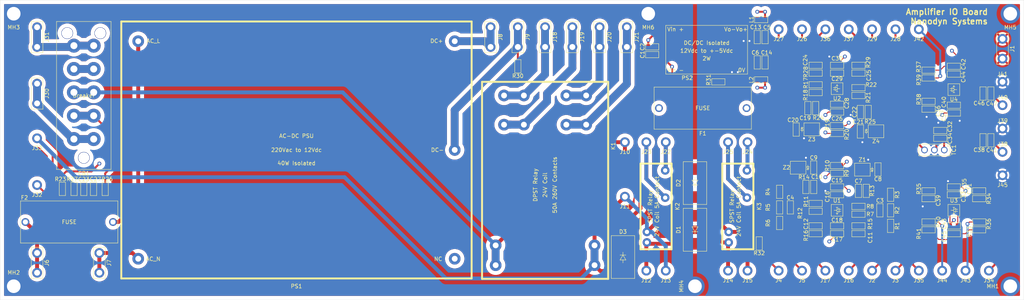
<source format=kicad_pcb>
(kicad_pcb (version 20171130) (host pcbnew "(5.1.5)-3")
  (title_block (title "Nanodyn Amplifier Interface PCB") (date 2020-03-13) (rev "Rev. 1") (company "Nanodyn Systems") (comment 1 "Designed By Renard Senekal"))
  (layers (0 F.Cu signal) (1 In1.Cu signal hide) (2 In2.Cu signal hide) (31 B.Cu signal hide) (34 B.Paste user hide) (35 F.Paste user hide) (36 B.SilkS user hide) (37 F.SilkS user) (38 B.Mask user hide) (39 F.Mask user hide) (44 Edge.Cuts user))
  (net 0 "")
  (net 1 "Net-(D1-Pad2)")
  (net 2 "Net-(D2-Pad2)")
  (net 3 "Net-(J2-Pad1)")
  (net 4 "Net-(J18-Pad1)")
  (net 5 Earth)
  (net 6 GND)
  (net 7 +12V)
  (net 8 "Net-(C3-Pad1)")
  (net 9 "Net-(C3-Pad2)")
  (net 10 "Net-(C4-Pad2)")
  (net 11 "Net-(C4-Pad1)")
  (net 12 +5V)
  (net 13 GNDA)
  (net 14 -5V)
  (net 15 "Net-(C7-Pad1)")
  (net 16 "Net-(C7-Pad2)")
  (net 17 "Net-(C10-Pad2)")
  (net 18 "Net-(C10-Pad1)")
  (net 19 "Net-(C11-Pad1)")
  (net 20 "Net-(C11-Pad2)")
  (net 21 "Net-(C12-Pad2)")
  (net 22 "Net-(C12-Pad1)")
  (net 23 "Net-(C19-Pad2)")
  (net 24 "Net-(C19-Pad1)")
  (net 25 "Net-(C21-Pad1)")
  (net 26 "Net-(C22-Pad1)")
  (net 27 GNDD)
  (net 28 "Net-(C23-Pad1)")
  (net 29 "Net-(C24-Pad1)")
  (net 30 "Net-(C24-Pad2)")
  (net 31 "Net-(C25-Pad1)")
  (net 32 "Net-(C25-Pad2)")
  (net 33 /PLC_Power_ON_24V)
  (net 34 "Net-(CB1-Pad4)")
  (net 35 "Net-(CB1-Pad5)")
  (net 36 "Net-(CB1-Pad2)")
  (net 37 "Net-(CB1-Pad1)")
  (net 38 "Net-(J20-Pad1)")
  (net 39 "Net-(J21-Pad1)")
  (net 40 "Net-(J22-Pad1)")
  (net 41 "Net-(J23-Pad1)")
  (net 42 "Net-(J26-Pad1)")
  (net 43 "Net-(J27-Pad1)")
  (net 44 "Net-(J28-Pad1)")
  (net 45 "Net-(J29-Pad1)")
  (net 46 "Net-(C31-Pad1)")
  (net 47 "Net-(C36-Pad1)")
  (net 48 "Net-(C39-Pad1)")
  (net 49 "Net-(J3-Pad1)")
  (net 50 "Net-(J4-Pad1)")
  (net 51 "Net-(J5-Pad1)")
  (net 52 "Net-(J7-Pad1)")
  (net 53 "Net-(J19-Pad1)")
  (net 54 "Net-(J24-Pad1)")
  (net 55 "Net-(J25-Pad1)")
  (net 56 "Net-(J34-Pad1)")
  (net 57 "Net-(J35-Pad1)")
  (net 58 "Net-(J42-Pad1)")
  (net 59 "Net-(J43-Pad1)")
  (net 60 "Net-(J44-Pad1)")
  (net 61 "Net-(R33-Pad2)")
  (net 62 "Net-(R37-Pad2)")
  (net 63 "Net-(R38-Pad1)")
  (net 64 "Net-(R40-Pad2)")
  (net 65 "Net-(U4-Pad5)")
  (net 66 "Net-(U4-Pad6)")
  (net 67 "Net-(U4-Pad7)")
  (net 68 "Net-(C1-Pad1)")
  (net 69 "Net-(F2-Pad1)")
  (net 70 "Net-(F2-Pad2)")
  (net 71 "Net-(L1-Pad1)")
  (net 72 "Net-(L2-Pad1)")
  (module Amp_Relay:2905067 (layer F.Cu) (at 104.5 124)
    (fp_text reference CB1 (at 0 20) (layer F.SilkS))
    (fp_text value 2905067)
    (fp_text user Breaker (at 0 0) (layer F.SilkS))
    (pad 5 thru_hole circle (at -2.54 11.2) (size 3.6 3.6) (drill 1.8) (layers *.Cu *.Mask) (net 35 "Net-(CB1-Pad5)"))
    (pad 5 thru_hole circle (at 2.54 11.2) (size 3.6 3.6) (drill 1.8) (layers *.Cu *.Mask) (net 35 "Net-(CB1-Pad5)"))
    (pad 4 thru_hole circle (at -2.54 5.2) (size 3.6 3.6) (drill 1.8) (layers *.Cu *.Mask) (net 34 "Net-(CB1-Pad4)"))
    (pad 4 thru_hole circle (at 2.54 5.2) (size 3.6 3.6) (drill 1.8) (layers *.Cu *.Mask) (net 34 "Net-(CB1-Pad4)"))
    (pad 1 thru_hole circle (at -2.54 -12.8) (size 3.6 3.6) (drill 1.8) (layers *.Cu *.Mask) (net 37 "Net-(CB1-Pad1)"))
    (pad 1 thru_hole circle (at 2.54 -12.8) (size 3.6 3.6) (drill 1.8) (layers *.Cu *.Mask) (net 37 "Net-(CB1-Pad1)"))
    (pad 2 thru_hole circle (at -2.54 -6.8) (size 3.6 3.6) (drill 1.8) (layers *.Cu *.Mask) (net 36 "Net-(CB1-Pad2)"))
    (pad 2 thru_hole circle (at 2.54 -6.8) (size 3.6 3.6) (drill 1.8) (layers *.Cu *.Mask) (net 36 "Net-(CB1-Pad2)"))
    (pad 3 thru_hole circle (at 2.54 -0.8) (size 3.6 3.6) (drill 1.8) (layers *.Cu *.Mask) (net 33 /PLC_Power_ON_24V))
    (pad 3 thru_hole circle (at -2.54 -0.8) (size 3.6 3.6) (drill 1.8) (layers *.Cu *.Mask) (net 33 /PLC_Power_ON_24V))
    (pad "" thru_hole circle (at 0 16) (size 3 3) (drill 2.8) (layers *.Cu *.Mask))
    (pad "" thru_hole circle (at 4.25 -16) (size 3 3) (drill 2.8) (layers *.Cu *.Mask))
    (pad "" thru_hole circle (at -4.25 -16) (size 3 3) (drill 2.8) (layers *.Cu *.Mask))
  )
  (module Amp_Relay:66.22.9.024.0600 (layer F.Cu) (at 223 147 90)
    (fp_text reference K1 (at 10 17.5 90) (layer F.SilkS))
    (fp_text value 66.22.9.024.0600)
    (fp_text user "50A 260V Contacts" (at 0 2.5 90) (layer F.SilkS))
    (fp_text user "24V Coil" (at 0 0 90) (layer F.SilkS))
    (fp_text user "DPST Relay" (at 0 -2.5 90) (layer F.SilkS))
    (pad 4 thru_hole circle (at 23 10.55 90) (size 3 3) (drill 1.5) (layers *.Cu *.Mask) (net 38 "Net-(J20-Pad1)"))
    (pad 4 thru_hole circle (at 23 5.45 90) (size 3 3) (drill 1.5) (layers *.Cu *.Mask) (net 38 "Net-(J20-Pad1)"))
    (pad 6 thru_hole circle (at 23 -5.45 90) (size 3 3) (drill 1.5) (layers *.Cu *.Mask) (net 4 "Net-(J18-Pad1)"))
    (pad 6 thru_hole circle (at 23 -10.55 90) (size 3 3) (drill 1.5) (layers *.Cu *.Mask) (net 4 "Net-(J18-Pad1)"))
    (pad 3 thru_hole circle (at 15.5 10.55 90) (size 3 3) (drill 1.5) (layers *.Cu *.Mask) (net 39 "Net-(J21-Pad1)"))
    (pad 5 thru_hole circle (at 15.5 -10.55 90) (size 3 3) (drill 1.5) (layers *.Cu *.Mask) (net 53 "Net-(J19-Pad1)"))
    (pad 3 thru_hole circle (at 15.5 5.45 90) (size 3 3) (drill 1.5) (layers *.Cu *.Mask) (net 39 "Net-(J21-Pad1)"))
    (pad 5 thru_hole circle (at 15.5 -5.45 90) (size 3 3) (drill 1.5) (layers *.Cu *.Mask) (net 53 "Net-(J19-Pad1)"))
    (pad 2 thru_hole circle (at -20.6 12.7 90) (size 3 3) (drill 1.5) (layers *.Cu *.Mask) (net 27 GNDD))
    (pad 1 thru_hole circle (at -20.6 -12.7 90) (size 3 3) (drill 1.5) (layers *.Cu *.Mask) (net 33 /PLC_Power_ON_24V))
    (pad 1 thru_hole circle (at -15.5 -12.7 90) (size 3 3) (drill 1.5) (layers *.Cu *.Mask) (net 33 /PLC_Power_ON_24V))
    (pad 2 thru_hole circle (at -15.5 12.7 90) (size 3 3) (drill 1.5) (layers *.Cu *.Mask) (net 27 GNDD))
  )
  (module "Amp_Relay:TML 40112" (layer F.Cu) (at 159.13 138)
    (fp_text reference PS1 (at 0 35) (layer F.SilkS))
    (fp_text value TML_40112)
    (fp_text user "40W Isolated" (at 0 3.4) (layer F.SilkS))
    (fp_text user "220Vac to 12Vdc" (at 0 0) (layer F.SilkS))
    (fp_text user "AC-DC PSU" (at 0 -3.6) (layer F.SilkS))
    (fp_text user NC (at 36.4 28) (layer F.SilkS))
    (fp_text user DC+ (at 36 -28) (layer F.SilkS))
    (fp_text user DC- (at 36.2 0) (layer F.SilkS))
    (fp_text user AC_N (at -36.8 28) (layer F.SilkS))
    (fp_text user AC_L (at -36.75 -28) (layer F.SilkS))
    (pad 3 thru_hole circle (at 40.65 0) (size 3 3) (drill 1.5) (layers *.Cu *.Mask) (net 6 GND))
    (pad "" thru_hole circle (at 40.65 27.94) (size 3 3) (drill 1.5) (layers *.Cu *.Mask))
    (pad 4 thru_hole circle (at 40.65 -27.94) (size 3 3) (drill 1.5) (layers *.Cu *.Mask) (net 7 +12V))
    (pad 2 thru_hole circle (at -40.65 27.94) (size 3 3) (drill 1.5) (layers *.Cu *.Mask) (net 52 "Net-(J7-Pad1)"))
    (pad 1 thru_hole circle (at -40.65 -27.94) (size 3 3) (drill 1.5) (layers *.Cu *.Mask) (net 70 "Net-(F2-Pad2)"))
  )
  (module Amp_Relay:MBRS360T3G (layer F.Cu) (at 243 165.5 90)
    (fp_text reference D3 (at 6.5 0 180) (layer F.SilkS))
    (fp_text value MBRS360T3G)
    (pad 1 smd rect (at -3.6 0 90) (size 3 4) (layers F.Cu F.Mask) (net 27 GNDD))
    (pad 2 smd rect (at 3.6 0 90) (size 3 4) (layers F.Cu F.Mask) (net 33 /PLC_Power_ON_24V))
  )
  (module Amp_Relay:MBRS360T3G (layer F.Cu) (at 261.5 146.5 270)
    (fp_text reference D2 (at 0 4.25 90) (layer F.SilkS))
    (fp_text value MBRS360T3G)
    (pad 2 smd rect (at 3.6 0 270) (size 3 4) (layers F.Cu F.Mask) (net 2 "Net-(D2-Pad2)"))
    (pad 1 smd rect (at -3.6 0 270) (size 3 4) (layers F.Cu F.Mask) (net 27 GNDD))
  )
  (module Amp_Relay:MBRS360T3G (layer F.Cu) (at 261.5 158.5 270)
    (fp_text reference D1 (at 0 4.25 90) (layer F.SilkS))
    (fp_text value MBRS360T3G)
    (pad 2 smd rect (at 3.6 0 270) (size 3 4) (layers F.Cu F.Mask) (net 1 "Net-(D1-Pad2)"))
    (pad 1 smd rect (at -3.6 0 270) (size 3 4) (layers F.Cu F.Mask) (net 27 GNDD))
  )
  (module Amp_Relay:FTR-F3AA024E-HA (layer F.Cu) (at 251.5 152.5 90)
    (fp_text reference K2 (at 0 5.5 90) (layer F.SilkS))
    (fp_text value FTR-F3AA024E-HA)
    (fp_text user "24V Coil 5A Contact" (at 0 0.25 90) (layer F.SilkS))
    (fp_text user "SPST Relay" (at 0 -1.5 90) (layer F.SilkS))
    (pad 2 thru_hole circle (at -6.55 -2.35 90) (size 2.2 2.2) (drill 1.1) (layers *.Cu *.Mask) (net 27 GNDD))
    (pad 1 thru_hole circle (at -9.25 -2.35 90) (size 2.2 2.2) (drill 1.1) (layers *.Cu *.Mask) (net 1 "Net-(D1-Pad2)"))
    (pad 3 thru_hole circle (at 2.25 2.35 90) (size 2.2 2.2) (drill 1.1) (layers *.Cu *.Mask) (net 41 "Net-(J23-Pad1)"))
    (pad 4 thru_hole circle (at 9.25 2.35 90) (size 2.2 2.2) (drill 1.1) (layers *.Cu *.Mask) (net 40 "Net-(J22-Pad1)"))
  )
  (module Amp_Relay:FTR-F3AA024E-HA (layer F.Cu) (at 272.5 152.5 90)
    (fp_text reference K3 (at 0 5.5 90) (layer F.SilkS))
    (fp_text value FTR-F3AA024E-HA)
    (fp_text user "24V Coil 5A Contact" (at 0 0.25 90) (layer F.SilkS))
    (fp_text user "SPST Relay" (at 0 -1.5 90) (layer F.SilkS))
    (pad 2 thru_hole circle (at -6.55 -2.35 90) (size 2.2 2.2) (drill 1.1) (layers *.Cu *.Mask) (net 27 GNDD))
    (pad 1 thru_hole circle (at -9.25 -2.35 90) (size 2.2 2.2) (drill 1.1) (layers *.Cu *.Mask) (net 2 "Net-(D2-Pad2)"))
    (pad 3 thru_hole circle (at 2.25 2.35 90) (size 2.2 2.2) (drill 1.1) (layers *.Cu *.Mask) (net 55 "Net-(J25-Pad1)"))
    (pad 4 thru_hole circle (at 9.25 2.35 90) (size 2.2 2.2) (drill 1.1) (layers *.Cu *.Mask) (net 54 "Net-(J24-Pad1)"))
  )
  (module Amp_Relay:0805 (layer F.Cu) (at 250.5 113.5)
    (fp_text reference C1 (at -2.5 0 -90) (layer F.SilkS))
    (fp_text value 1u)
    (pad 1 smd rect (at -1 0) (size 1 1.25) (layers F.Cu F.Mask) (net 68 "Net-(C1-Pad1)"))
    (pad 2 smd rect (at 1 0) (size 1 1.25) (layers F.Cu F.Mask) (net 6 GND))
  )
  (module Amp_Relay:0805 (layer F.Cu) (at 250.5 111.5)
    (fp_text reference C2 (at -2.5 0 -90) (layer F.SilkS))
    (fp_text value 100n)
    (pad 1 smd rect (at -1 0) (size 1 1.25) (layers F.Cu F.Mask) (net 68 "Net-(C1-Pad1)"))
    (pad 2 smd rect (at 1 0) (size 1 1.25) (layers F.Cu F.Mask) (net 6 GND))
  )
  (module Amp_Relay:0805 (layer F.Cu) (at 309 153.5 90)
    (fp_text reference C3 (at 2.5 0 180) (layer F.SilkS))
    (fp_text value 100p)
    (pad 1 smd rect (at -1 0 90) (size 1 1.25) (layers F.Cu F.Mask) (net 8 "Net-(C3-Pad1)"))
    (pad 2 smd rect (at 1 0 90) (size 1 1.25) (layers F.Cu F.Mask) (net 9 "Net-(C3-Pad2)"))
  )
  (module Amp_Relay:0805 (layer F.Cu) (at 286 152.75 90)
    (fp_text reference C4 (at 2.5 0 180) (layer F.SilkS))
    (fp_text value 100p)
    (pad 1 smd rect (at -1 0 90) (size 1 1.25) (layers F.Cu F.Mask) (net 11 "Net-(C4-Pad1)"))
    (pad 2 smd rect (at 1 0 90) (size 1 1.25) (layers F.Cu F.Mask) (net 10 "Net-(C4-Pad2)"))
  )
  (module Amp_Relay:0805 (layer F.Cu) (at 279.5 109 270)
    (fp_text reference C5 (at -2.5 -0.5 180) (layer F.SilkS))
    (fp_text value 1u)
    (pad 1 smd rect (at -1 0 270) (size 1 1.25) (layers F.Cu F.Mask) (net 12 +5V))
    (pad 2 smd rect (at 1 0 270) (size 1 1.25) (layers F.Cu F.Mask) (net 13 GNDA))
  )
  (module Amp_Relay:0805 (layer F.Cu) (at 277.5 115.5 270)
    (fp_text reference C6 (at -2.5 0.5 180) (layer F.SilkS))
    (fp_text value 1u)
    (pad 1 smd rect (at -1 0 270) (size 1 1.25) (layers F.Cu F.Mask) (net 13 GNDA))
    (pad 2 smd rect (at 1 0 270) (size 1 1.25) (layers F.Cu F.Mask) (net 14 -5V))
  )
  (module Amp_Relay:0805 (layer F.Cu) (at 303.5 148.5 90)
    (fp_text reference C7 (at 2.5 0 180) (layer F.SilkS))
    (fp_text value 100p)
    (pad 1 smd rect (at -1 0 90) (size 1 1.25) (layers F.Cu F.Mask) (net 15 "Net-(C7-Pad1)"))
    (pad 2 smd rect (at 1 0 90) (size 1 1.25) (layers F.Cu F.Mask) (net 16 "Net-(C7-Pad2)"))
  )
  (module Amp_Relay:0805 (layer F.Cu) (at 308.5 143 90)
    (fp_text reference C8 (at -2.5 0) (layer F.SilkS))
    (fp_text value C0805)
    (pad 1 smd rect (at -1 0 90) (size 1 1.25) (layers F.Cu F.Mask) (net 16 "Net-(C7-Pad2)"))
    (pad 2 smd rect (at 1 0 90) (size 1 1.25) (layers F.Cu F.Mask) (net 13 GNDA))
  )
  (module Amp_Relay:0805 (layer F.Cu) (at 292 142.5 90)
    (fp_text reference C9 (at 2.5 0 180) (layer F.SilkS))
    (fp_text value C0805)
    (pad 1 smd rect (at -1 0 90) (size 1 1.25) (layers F.Cu F.Mask) (net 17 "Net-(C10-Pad2)"))
    (pad 2 smd rect (at 1 0 90) (size 1 1.25) (layers F.Cu F.Mask) (net 13 GNDA))
  )
  (module Amp_Relay:0805 (layer F.Cu) (at 292 147.5 90)
    (fp_text reference C10 (at 2.6 0.8 180) (layer F.SilkS))
    (fp_text value 100p)
    (pad 1 smd rect (at -1 0 90) (size 1 1.25) (layers F.Cu F.Mask) (net 18 "Net-(C10-Pad1)"))
    (pad 2 smd rect (at 1 0 90) (size 1 1.25) (layers F.Cu F.Mask) (net 17 "Net-(C10-Pad2)"))
  )
  (module Amp_Relay:0805 (layer F.Cu) (at 303.5 159.5 180)
    (fp_text reference C11 (at -3 -1 270) (layer F.SilkS))
    (fp_text value 100p)
    (pad 1 smd rect (at -1 0 180) (size 1 1.25) (layers F.Cu F.Mask) (net 19 "Net-(C11-Pad1)"))
    (pad 2 smd rect (at 1 0 180) (size 1 1.25) (layers F.Cu F.Mask) (net 20 "Net-(C11-Pad2)"))
  )
  (module Amp_Relay:0805 (layer F.Cu) (at 292.5 157.5)
    (fp_text reference C12 (at -2.5 -0.5 270) (layer F.SilkS))
    (fp_text value 100p)
    (pad 1 smd rect (at -1 0) (size 1 1.25) (layers F.Cu F.Mask) (net 22 "Net-(C12-Pad1)"))
    (pad 2 smd rect (at 1 0) (size 1 1.25) (layers F.Cu F.Mask) (net 21 "Net-(C12-Pad2)"))
  )
  (module Amp_Relay:0805 (layer F.Cu) (at 277.5 109 270)
    (fp_text reference C13 (at -2.55 0.4 180) (layer F.SilkS))
    (fp_text value 100n)
    (pad 1 smd rect (at -1 0 270) (size 1 1.25) (layers F.Cu F.Mask) (net 12 +5V))
    (pad 2 smd rect (at 1 0 270) (size 1 1.25) (layers F.Cu F.Mask) (net 13 GNDA))
  )
  (module Amp_Relay:0805 (layer F.Cu) (at 279.5 115.5 270)
    (fp_text reference C14 (at -2.5 -0.4 180) (layer F.SilkS))
    (fp_text value 100n)
    (pad 1 smd rect (at -1 0 270) (size 1 1.25) (layers F.Cu F.Mask) (net 13 GNDA))
    (pad 2 smd rect (at 1 0 270) (size 1 1.25) (layers F.Cu F.Mask) (net 14 -5V))
  )
  (module Amp_Relay:0805 (layer F.Cu) (at 298 147.5 180)
    (fp_text reference C15 (at 0 1.7) (layer F.SilkS))
    (fp_text value 1u)
    (pad 1 smd rect (at -1 0 180) (size 1 1.25) (layers F.Cu F.Mask) (net 14 -5V))
    (pad 2 smd rect (at 1 0 180) (size 1 1.25) (layers F.Cu F.Mask) (net 13 GNDA))
  )
  (module Amp_Relay:0805 (layer F.Cu) (at 298 149.5 180)
    (fp_text reference C16 (at 2.5 -0.5 270) (layer F.SilkS))
    (fp_text value 100n)
    (pad 1 smd rect (at -1 0 180) (size 1 1.25) (layers F.Cu F.Mask) (net 14 -5V))
    (pad 2 smd rect (at 1 0 180) (size 1 1.25) (layers F.Cu F.Mask) (net 13 GNDA))
  )
  (module Amp_Relay:0805 (layer F.Cu) (at 298 159.5)
    (fp_text reference C17 (at 0 1.5 180) (layer F.SilkS))
    (fp_text value 1u)
    (pad 1 smd rect (at -1 0) (size 1 1.25) (layers F.Cu F.Mask) (net 12 +5V))
    (pad 2 smd rect (at 1 0) (size 1 1.25) (layers F.Cu F.Mask) (net 13 GNDA))
  )
  (module Amp_Relay:0805 (layer F.Cu) (at 298 157.5)
    (fp_text reference C18 (at 0 -1.5) (layer F.SilkS))
    (fp_text value 100n)
    (pad 1 smd rect (at -1 0) (size 1 1.25) (layers F.Cu F.Mask) (net 12 +5V))
    (pad 2 smd rect (at 1 0) (size 1 1.25) (layers F.Cu F.Mask) (net 13 GNDA))
  )
  (module Amp_Relay:0805 (layer F.Cu) (at 290.5 127.25 270)
    (fp_text reference C19 (at 2.55 0.7 180) (layer F.SilkS))
    (fp_text value 100p)
    (pad 1 smd rect (at -1 0 270) (size 1 1.25) (layers F.Cu F.Mask) (net 24 "Net-(C19-Pad1)"))
    (pad 2 smd rect (at 1 0 270) (size 1 1.25) (layers F.Cu F.Mask) (net 23 "Net-(C19-Pad2)"))
  )
  (module Amp_Relay:0805 (layer F.Cu) (at 287.5 132.75 270)
    (fp_text reference C20 (at -2.45 0.8 180) (layer F.SilkS))
    (fp_text value C0805)
    (pad 1 smd rect (at -1 0 270) (size 1 1.25) (layers F.Cu F.Mask) (net 23 "Net-(C19-Pad2)"))
    (pad 2 smd rect (at 1 0 270) (size 1 1.25) (layers F.Cu F.Mask) (net 13 GNDA))
  )
  (module Amp_Relay:0805 (layer F.Cu) (at 304 133.25 270)
    (fp_text reference C21 (at -2.45 0.55 180) (layer F.SilkS))
    (fp_text value C0805)
    (pad 1 smd rect (at -1 0 270) (size 1 1.25) (layers F.Cu F.Mask) (net 25 "Net-(C21-Pad1)"))
    (pad 2 smd rect (at 1 0 270) (size 1 1.25) (layers F.Cu F.Mask) (net 13 GNDA))
  )
  (module Amp_Relay:0805 (layer F.Cu) (at 304 128.25 270)
    (fp_text reference C22 (at 0 1.5 270) (layer F.SilkS))
    (fp_text value 100p)
    (pad 1 smd rect (at -1 0 270) (size 1 1.25) (layers F.Cu F.Mask) (net 26 "Net-(C22-Pad1)"))
    (pad 2 smd rect (at 1 0 270) (size 1 1.25) (layers F.Cu F.Mask) (net 25 "Net-(C21-Pad1)"))
  )
  (module Amp_Relay:0805 (layer F.Cu) (at 104.5 148 270)
    (fp_text reference C23 (at -2.5 0 180) (layer F.SilkS))
    (fp_text value 1u)
    (pad 1 smd rect (at -1 0 270) (size 1 1.25) (layers F.Cu F.Mask) (net 28 "Net-(C23-Pad1)"))
    (pad 2 smd rect (at 1 0 270) (size 1 1.25) (layers F.Cu F.Mask) (net 27 GNDD))
  )
  (module Amp_Relay:0805 (layer F.Cu) (at 292.5 116.25)
    (fp_text reference C24 (at -2.65 -1.35 90) (layer F.SilkS))
    (fp_text value 100p)
    (pad 1 smd rect (at -1 0) (size 1 1.25) (layers F.Cu F.Mask) (net 29 "Net-(C24-Pad1)"))
    (pad 2 smd rect (at 1 0) (size 1 1.25) (layers F.Cu F.Mask) (net 30 "Net-(C24-Pad2)"))
  )
  (module Amp_Relay:0805 (layer F.Cu) (at 303.5 118.25 180)
    (fp_text reference C25 (at -2.65 -0.6 90) (layer F.SilkS))
    (fp_text value 100p)
    (pad 1 smd rect (at -1 0 180) (size 1 1.25) (layers F.Cu F.Mask) (net 31 "Net-(C25-Pad1)"))
    (pad 2 smd rect (at 1 0 180) (size 1 1.25) (layers F.Cu F.Mask) (net 32 "Net-(C25-Pad2)"))
  )
  (module Amp_Relay:0805 (layer F.Cu) (at 298 128.25)
    (fp_text reference C26 (at 0 1.7) (layer F.SilkS))
    (fp_text value 1u)
    (pad 1 smd rect (at -1 0) (size 1 1.25) (layers F.Cu F.Mask) (net 14 -5V))
    (pad 2 smd rect (at 1 0) (size 1 1.25) (layers F.Cu F.Mask) (net 13 GNDA))
  )
  (module Amp_Relay:0805 (layer F.Cu) (at 107 148 270)
    (fp_text reference C27 (at -2.5 -0.5 180) (layer F.SilkS))
    (fp_text value 100n)
    (pad 1 smd rect (at -1 0 270) (size 1 1.25) (layers F.Cu F.Mask) (net 28 "Net-(C23-Pad1)"))
    (pad 2 smd rect (at 1 0 270) (size 1 1.25) (layers F.Cu F.Mask) (net 27 GNDD))
  )
  (module Amp_Relay:0805 (layer F.Cu) (at 298 126.25)
    (fp_text reference C28 (at 2.5 -0.25 90) (layer F.SilkS))
    (fp_text value 100n)
    (pad 1 smd rect (at -1 0) (size 1 1.25) (layers F.Cu F.Mask) (net 14 -5V))
    (pad 2 smd rect (at 1 0) (size 1 1.25) (layers F.Cu F.Mask) (net 13 GNDA))
  )
  (module Amp_Relay:0805 (layer F.Cu) (at 298 118.25 180)
    (fp_text reference C29 (at 0 -1.5 180) (layer F.SilkS))
    (fp_text value 1u)
    (pad 1 smd rect (at -1 0 180) (size 1 1.25) (layers F.Cu F.Mask) (net 12 +5V))
    (pad 2 smd rect (at 1 0 180) (size 1 1.25) (layers F.Cu F.Mask) (net 13 GNDA))
  )
  (module Amp_Relay:0805 (layer F.Cu) (at 298 116.25 180)
    (fp_text reference C30 (at 0 1.75 180) (layer F.SilkS))
    (fp_text value 100n)
    (pad 1 smd rect (at -1 0 180) (size 1 1.25) (layers F.Cu F.Mask) (net 12 +5V))
    (pad 2 smd rect (at 1 0 180) (size 1 1.25) (layers F.Cu F.Mask) (net 13 GNDA))
  )
  (module Amp_Relay:ISP1205 (layer F.Cu) (at 264.5 112.5)
    (fp_text reference PS2 (at -5 7) (layer F.SilkS))
    (fp_text value ISP1205)
    (fp_text user 2W (at 0 2) (layer F.SilkS))
    (fp_text user "12Vdc to +-5Vdc" (at 0 0) (layer F.SilkS))
    (fp_text user "DC/DC Isolated" (at 0 -2) (layer F.SilkS))
    (fp_text user Vo- (at 6 -5.5) (layer F.SilkS))
    (fp_text user Vo+ (at 9 -5.5) (layer F.SilkS))
    (fp_text user 0V (at 9 5) (layer F.SilkS))
    (fp_text user "Vin -" (at -8 5) (layer F.SilkS))
    (fp_text user "Vin +" (at -8 -5.5) (layer F.SilkS))
    (pad 5 smd rect (at 8.89 -7.85 90) (size 2 1) (layers F.Cu F.Mask) (net 71 "Net-(L1-Pad1)"))
    (pad 3 smd rect (at 6.35 -7.85 90) (size 2 1) (layers F.Cu F.Mask) (net 72 "Net-(L2-Pad1)"))
    (pad 1 smd rect (at -8.89 -7.85 90) (size 2 1) (layers F.Cu F.Mask) (net 68 "Net-(C1-Pad1)"))
    (pad 4 smd rect (at 8.89 7.85 90) (size 2 1) (layers F.Cu F.Mask) (net 13 GNDA))
    (pad "" smd rect (at 6.35 7.85 90) (size 2 1) (layers F.Cu F.Mask))
    (pad 2 smd rect (at -8.89 7.85 90) (size 2 1) (layers F.Cu F.Mask) (net 6 GND))
  )
  (module Amp_Relay:0805 (layer F.Cu) (at 311.75 157.5 90)
    (fp_text reference R1 (at 0 1.7 90) (layer F.SilkS))
    (fp_text value 500k)
    (pad 1 smd rect (at -1 0 90) (size 1 1.25) (layers F.Cu F.Mask) (net 3 "Net-(J2-Pad1)"))
    (pad 2 smd rect (at 1 0 90) (size 1 1.25) (layers F.Cu F.Mask) (net 8 "Net-(C3-Pad1)"))
  )
  (module Amp_Relay:0805 (layer F.Cu) (at 311.75 153.5 90)
    (fp_text reference R2 (at 0 1.7 90) (layer F.SilkS))
    (fp_text value 10k)
    (pad 1 smd rect (at -1 0 90) (size 1 1.25) (layers F.Cu F.Mask) (net 8 "Net-(C3-Pad1)"))
    (pad 2 smd rect (at 1 0 90) (size 1 1.25) (layers F.Cu F.Mask) (net 9 "Net-(C3-Pad2)"))
  )
  (module Amp_Relay:0805 (layer F.Cu) (at 311.75 149.5 90)
    (fp_text reference R3 (at 0 1.7 90) (layer F.SilkS))
    (fp_text value 500k)
    (pad 1 smd rect (at -1 0 90) (size 1 1.25) (layers F.Cu F.Mask) (net 9 "Net-(C3-Pad2)"))
    (pad 2 smd rect (at 1 0 90) (size 1 1.25) (layers F.Cu F.Mask) (net 49 "Net-(J3-Pad1)"))
  )
  (module Amp_Relay:0805 (layer F.Cu) (at 283.25 148.75 90)
    (fp_text reference R4 (at 0 -3 90) (layer F.SilkS))
    (fp_text value 500k)
    (pad 1 smd rect (at -1 0 90) (size 1 1.25) (layers F.Cu F.Mask) (net 10 "Net-(C4-Pad2)"))
    (pad 2 smd rect (at 1 0 90) (size 1 1.25) (layers F.Cu F.Mask) (net 50 "Net-(J4-Pad1)"))
  )
  (module Amp_Relay:0805 (layer F.Cu) (at 283.25 152.75 90)
    (fp_text reference R5 (at 0 -3 90) (layer F.SilkS))
    (fp_text value 10k)
    (pad 1 smd rect (at -1 0 90) (size 1 1.25) (layers F.Cu F.Mask) (net 11 "Net-(C4-Pad1)"))
    (pad 2 smd rect (at 1 0 90) (size 1 1.25) (layers F.Cu F.Mask) (net 10 "Net-(C4-Pad2)"))
  )
  (module Amp_Relay:0805 (layer F.Cu) (at 283.25 156.75 90)
    (fp_text reference R6 (at 0 -3 90) (layer F.SilkS))
    (fp_text value 500k)
    (pad 1 smd rect (at -1 0 90) (size 1 1.25) (layers F.Cu F.Mask) (net 51 "Net-(J5-Pad1)"))
    (pad 2 smd rect (at 1 0 90) (size 1 1.25) (layers F.Cu F.Mask) (net 11 "Net-(C4-Pad1)"))
  )
  (module Amp_Relay:0805 (layer F.Cu) (at 303.5 154.5 180)
    (fp_text reference R7 (at -3 0) (layer F.SilkS))
    (fp_text value 10k)
    (pad 1 smd rect (at -1 0 180) (size 1 1.25) (layers F.Cu F.Mask) (net 8 "Net-(C3-Pad1)"))
    (pad 2 smd rect (at 1 0 180) (size 1 1.25) (layers F.Cu F.Mask) (net 19 "Net-(C11-Pad1)"))
  )
  (module Amp_Relay:0805 (layer F.Cu) (at 303.5 152.5 180)
    (fp_text reference R8 (at -3 0) (layer F.SilkS))
    (fp_text value 10k)
    (pad 1 smd rect (at -1 0 180) (size 1 1.25) (layers F.Cu F.Mask) (net 9 "Net-(C3-Pad2)"))
    (pad 2 smd rect (at 1 0 180) (size 1 1.25) (layers F.Cu F.Mask) (net 15 "Net-(C7-Pad1)"))
  )
  (module Amp_Relay:0805 (layer F.Cu) (at 298 144)
    (fp_text reference R9 (at 2.5 0 90) (layer F.SilkS))
    (fp_text value 1k)
    (pad 1 smd rect (at -1 0) (size 1 1.25) (layers F.Cu F.Mask) (net 12 +5V))
    (pad 2 smd rect (at 1 0) (size 1 1.25) (layers F.Cu F.Mask) (net 16 "Net-(C7-Pad2)"))
  )
  (module Amp_Relay:0805 (layer F.Cu) (at 298 142 180)
    (fp_text reference R10 (at 2.5 0 90) (layer F.SilkS))
    (fp_text value 1k)
    (pad 1 smd rect (at -1 0 180) (size 1 1.25) (layers F.Cu F.Mask) (net 12 +5V))
    (pad 2 smd rect (at 1 0 180) (size 1 1.25) (layers F.Cu F.Mask) (net 17 "Net-(C10-Pad2)"))
  )
  (module Amp_Relay:0805 (layer F.Cu) (at 292.5 151.75)
    (fp_text reference R11 (at -2.5 -0.5 90) (layer F.SilkS))
    (fp_text value 10k)
    (pad 1 smd rect (at -1 0) (size 1 1.25) (layers F.Cu F.Mask) (net 10 "Net-(C4-Pad2)"))
    (pad 2 smd rect (at 1 0) (size 1 1.25) (layers F.Cu F.Mask) (net 18 "Net-(C10-Pad1)"))
  )
  (module Amp_Relay:0805 (layer F.Cu) (at 292.5 153.75)
    (fp_text reference R12 (at -4 0.5 90) (layer F.SilkS))
    (fp_text value 10k)
    (pad 1 smd rect (at -1 0) (size 1 1.25) (layers F.Cu F.Mask) (net 11 "Net-(C4-Pad1)"))
    (pad 2 smd rect (at 1 0) (size 1 1.25) (layers F.Cu F.Mask) (net 22 "Net-(C12-Pad1)"))
  )
  (module Amp_Relay:0805 (layer F.Cu) (at 305.5 148.5 90)
    (fp_text reference R13 (at 0 1.5 90) (layer F.SilkS))
    (fp_text value 10k)
    (pad 1 smd rect (at -1 0 90) (size 1 1.25) (layers F.Cu F.Mask) (net 15 "Net-(C7-Pad1)"))
    (pad 2 smd rect (at 1 0 90) (size 1 1.25) (layers F.Cu F.Mask) (net 16 "Net-(C7-Pad2)"))
  )
  (module Amp_Relay:0805 (layer F.Cu) (at 290 147.5 90)
    (fp_text reference R14 (at 2.5 -0.5 180) (layer F.SilkS))
    (fp_text value 10k)
    (pad 1 smd rect (at -1 0 90) (size 1 1.25) (layers F.Cu F.Mask) (net 18 "Net-(C10-Pad1)"))
    (pad 2 smd rect (at 1 0 90) (size 1 1.25) (layers F.Cu F.Mask) (net 17 "Net-(C10-Pad2)"))
  )
  (module Amp_Relay:0805 (layer F.Cu) (at 303.5 157.5 180)
    (fp_text reference R15 (at -3 0.5 270) (layer F.SilkS))
    (fp_text value 10k)
    (pad 1 smd rect (at -1 0 180) (size 1 1.25) (layers F.Cu F.Mask) (net 19 "Net-(C11-Pad1)"))
    (pad 2 smd rect (at 1 0 180) (size 1 1.25) (layers F.Cu F.Mask) (net 20 "Net-(C11-Pad2)"))
  )
  (module Amp_Relay:0805 (layer F.Cu) (at 292.5 159.5)
    (fp_text reference R16 (at -2.5 0.5 90) (layer F.SilkS))
    (fp_text value 10k)
    (pad 1 smd rect (at -1 0) (size 1 1.25) (layers F.Cu F.Mask) (net 22 "Net-(C12-Pad1)"))
    (pad 2 smd rect (at 1 0) (size 1 1.25) (layers F.Cu F.Mask) (net 21 "Net-(C12-Pad2)"))
  )
  (module Amp_Relay:0805 (layer F.Cu) (at 292.5 121.25)
    (fp_text reference R17 (at -2.55 -0.45 90) (layer F.SilkS))
    (fp_text value 10k)
    (pad 1 smd rect (at -1 0) (size 1 1.25) (layers F.Cu F.Mask) (net 42 "Net-(J26-Pad1)"))
    (pad 2 smd rect (at 1 0) (size 1 1.25) (layers F.Cu F.Mask) (net 29 "Net-(C24-Pad1)"))
  )
  (module Amp_Relay:0805 (layer F.Cu) (at 292.5 123.25)
    (fp_text reference R18 (at -2.6 0.65 90) (layer F.SilkS))
    (fp_text value 10k)
    (pad 1 smd rect (at -1 0) (size 1 1.25) (layers F.Cu F.Mask) (net 43 "Net-(J27-Pad1)"))
    (pad 2 smd rect (at 1 0) (size 1 1.25) (layers F.Cu F.Mask) (net 24 "Net-(C19-Pad1)"))
  )
  (module Amp_Relay:0805 (layer F.Cu) (at 298 131.75 180)
    (fp_text reference R19 (at 2.5 0.25 90) (layer F.SilkS))
    (fp_text value 1k)
    (pad 1 smd rect (at -1 0 180) (size 1 1.25) (layers F.Cu F.Mask) (net 12 +5V))
    (pad 2 smd rect (at 1 0 180) (size 1 1.25) (layers F.Cu F.Mask) (net 23 "Net-(C19-Pad2)"))
  )
  (module Amp_Relay:0805 (layer F.Cu) (at 298 133.75)
    (fp_text reference R20 (at 2.5 0.25 90) (layer F.SilkS))
    (fp_text value 1k)
    (pad 1 smd rect (at -1 0) (size 1 1.25) (layers F.Cu F.Mask) (net 12 +5V))
    (pad 2 smd rect (at 1 0) (size 1 1.25) (layers F.Cu F.Mask) (net 25 "Net-(C21-Pad1)"))
  )
  (module Amp_Relay:0805 (layer F.Cu) (at 303.5 124 180)
    (fp_text reference R21 (at -2.5 -0.5 90) (layer F.SilkS))
    (fp_text value 10k)
    (pad 1 smd rect (at -1 0 180) (size 1 1.25) (layers F.Cu F.Mask) (net 44 "Net-(J28-Pad1)"))
    (pad 2 smd rect (at 1 0 180) (size 1 1.25) (layers F.Cu F.Mask) (net 26 "Net-(C22-Pad1)"))
  )
  (module Amp_Relay:0805 (layer F.Cu) (at 303.5 122 180)
    (fp_text reference R22 (at -3.25 0.75) (layer F.SilkS))
    (fp_text value 10k)
    (pad 1 smd rect (at -1 0 180) (size 1 1.25) (layers F.Cu F.Mask) (net 45 "Net-(J29-Pad1)"))
    (pad 2 smd rect (at 1 0 180) (size 1 1.25) (layers F.Cu F.Mask) (net 31 "Net-(C25-Pad1)"))
  )
  (module Amp_Relay:0805 (layer F.Cu) (at 99 148 270)
    (fp_text reference R23 (at -2.5 0.5 180) (layer F.SilkS))
    (fp_text value 10k)
    (pad 1 smd rect (at -1 0 270) (size 1 1.25) (layers F.Cu F.Mask) (net 36 "Net-(CB1-Pad2)"))
    (pad 2 smd rect (at 1 0 270) (size 1 1.25) (layers F.Cu F.Mask) (net 27 GNDD))
  )
  (module Amp_Relay:0805 (layer F.Cu) (at 292.5 127.25 270)
    (fp_text reference R24 (at 2.5 -0.7 180) (layer F.SilkS))
    (fp_text value 10k)
    (pad 1 smd rect (at -1 0 270) (size 1 1.25) (layers F.Cu F.Mask) (net 24 "Net-(C19-Pad1)"))
    (pad 2 smd rect (at 1 0 270) (size 1 1.25) (layers F.Cu F.Mask) (net 23 "Net-(C19-Pad2)"))
  )
  (module Amp_Relay:0805 (layer F.Cu) (at 306 128.25 270)
    (fp_text reference R25 (at 2.5 -0.5 180) (layer F.SilkS))
    (fp_text value 10k)
    (pad 1 smd rect (at -1 0 270) (size 1 1.25) (layers F.Cu F.Mask) (net 26 "Net-(C22-Pad1)"))
    (pad 2 smd rect (at 1 0 270) (size 1 1.25) (layers F.Cu F.Mask) (net 25 "Net-(C21-Pad1)"))
  )
  (module Amp_Relay:0805 (layer F.Cu) (at 110 148 270)
    (fp_text reference R26 (at -2.5 -0.5 180) (layer F.SilkS))
    (fp_text value 38k)
    (pad 1 smd rect (at -1 0 270) (size 1 1.25) (layers F.Cu F.Mask) (net 34 "Net-(CB1-Pad4)"))
    (pad 2 smd rect (at 1 0 270) (size 1 1.25) (layers F.Cu F.Mask) (net 28 "Net-(C23-Pad1)"))
  )
  (module Amp_Relay:0805 (layer F.Cu) (at 102 148 270)
    (fp_text reference R27 (at -2.5 0.5 180) (layer F.SilkS))
    (fp_text value 10k)
    (pad 1 smd rect (at -1 0 270) (size 1 1.25) (layers F.Cu F.Mask) (net 28 "Net-(C23-Pad1)"))
    (pad 2 smd rect (at 1 0 270) (size 1 1.25) (layers F.Cu F.Mask) (net 27 GNDD))
  )
  (module Amp_Relay:0805 (layer F.Cu) (at 292.5 118.25)
    (fp_text reference R28 (at -2.55 -0.3 90) (layer F.SilkS))
    (fp_text value 10k)
    (pad 1 smd rect (at -1 0) (size 1 1.25) (layers F.Cu F.Mask) (net 29 "Net-(C24-Pad1)"))
    (pad 2 smd rect (at 1 0) (size 1 1.25) (layers F.Cu F.Mask) (net 30 "Net-(C24-Pad2)"))
  )
  (module Amp_Relay:0805 (layer F.Cu) (at 303.5 116.25 180)
    (fp_text reference R29 (at -2.5 0.75 270) (layer F.SilkS))
    (fp_text value 10k)
    (pad 1 smd rect (at -1 0 180) (size 1 1.25) (layers F.Cu F.Mask) (net 31 "Net-(C25-Pad1)"))
    (pad 2 smd rect (at 1 0 180) (size 1 1.25) (layers F.Cu F.Mask) (net 32 "Net-(C25-Pad2)"))
  )
  (module Amp_Relay:0805 (layer F.Cu) (at 216 116.5 90)
    (fp_text reference R30 (at -2.5 0 180) (layer F.SilkS))
    (fp_text value 0)
    (pad 1 smd rect (at -1 0 90) (size 1 1.25) (layers F.Cu F.Mask) (net 5 Earth))
    (pad 2 smd rect (at 1 0 90) (size 1 1.25) (layers F.Cu F.Mask) (net 6 GND))
  )
  (module Amp_Relay:0805 (layer F.Cu) (at 267.5 120.5)
    (fp_text reference R31 (at -2.5 -0.5 270) (layer F.SilkS))
    (fp_text value 0)
    (pad 1 smd rect (at -1 0) (size 1 1.25) (layers F.Cu F.Mask) (net 5 Earth))
    (pad 2 smd rect (at 1 0) (size 1 1.25) (layers F.Cu F.Mask) (net 13 GNDA))
  )
  (module Amp_Relay:0805 (layer F.Cu) (at 278 162 270)
    (fp_text reference R32 (at 2.5 0 180) (layer F.SilkS))
    (fp_text value 0)
    (pad 1 smd rect (at -1 0 270) (size 1 1.25) (layers F.Cu F.Mask) (net 5 Earth))
    (pad 2 smd rect (at 1 0 270) (size 1 1.25) (layers F.Cu F.Mask) (net 27 GNDD))
  )
  (module Amp_Relay:LTC2051HVIMS8#PBF (layer F.Cu) (at 298 153.5 180)
    (fp_text reference U1 (at 0 2.5) (layer F.SilkS))
    (fp_text value LTC2051HVIMS8#PBF)
    (pad 5 smd rect (at 2.1705 0.975 90) (size 0.42 0.889) (layers F.Cu F.Mask) (net 18 "Net-(C10-Pad1)"))
    (pad 6 smd rect (at 2.1705 0.325 90) (size 0.42 0.889) (layers F.Cu F.Mask) (net 22 "Net-(C12-Pad1)"))
    (pad 7 smd rect (at 2.1705 -0.325 90) (size 0.42 0.889) (layers F.Cu F.Mask) (net 21 "Net-(C12-Pad2)"))
    (pad 8 smd rect (at 2.1705 -0.975 90) (size 0.42 0.889) (layers F.Cu F.Mask) (net 12 +5V))
    (pad 4 smd rect (at -2.1705 0.975 90) (size 0.42 0.889) (layers F.Cu F.Mask) (net 14 -5V))
    (pad 3 smd rect (at -2.1705 0.325 90) (size 0.42 0.889) (layers F.Cu F.Mask) (net 15 "Net-(C7-Pad1)"))
    (pad 1 smd rect (at -2.1705 -0.975 90) (size 0.42 0.889) (layers F.Cu F.Mask) (net 20 "Net-(C11-Pad2)"))
    (pad 2 smd rect (at -2.1705 -0.325 90) (size 0.42 0.889) (layers F.Cu F.Mask) (net 19 "Net-(C11-Pad1)"))
  )
  (module Amp_Relay:LTC2051HVIMS8#PBF (layer F.Cu) (at 298 122.25)
    (fp_text reference U2 (at 0 2.5) (layer F.SilkS))
    (fp_text value LTC2051HVIMS8#PBF)
    (pad 5 smd rect (at 2.1705 0.975 270) (size 0.42 0.889) (layers F.Cu F.Mask) (net 26 "Net-(C22-Pad1)"))
    (pad 6 smd rect (at 2.1705 0.325 270) (size 0.42 0.889) (layers F.Cu F.Mask) (net 31 "Net-(C25-Pad1)"))
    (pad 7 smd rect (at 2.1705 -0.325 270) (size 0.42 0.889) (layers F.Cu F.Mask) (net 32 "Net-(C25-Pad2)"))
    (pad 8 smd rect (at 2.1705 -0.975 270) (size 0.42 0.889) (layers F.Cu F.Mask) (net 12 +5V))
    (pad 4 smd rect (at -2.1705 0.975 270) (size 0.42 0.889) (layers F.Cu F.Mask) (net 14 -5V))
    (pad 3 smd rect (at -2.1705 0.325 270) (size 0.42 0.889) (layers F.Cu F.Mask) (net 24 "Net-(C19-Pad1)"))
    (pad 1 smd rect (at -2.1705 -0.975 270) (size 0.42 0.889) (layers F.Cu F.Mask) (net 30 "Net-(C24-Pad2)"))
    (pad 2 smd rect (at -2.1705 -0.325 270) (size 0.42 0.889) (layers F.Cu F.Mask) (net 29 "Net-(C24-Pad1)"))
  )
  (module Amp_Relay:LM4050CIM3-2.5_NOPB (layer F.Cu) (at 304.5 143 180)
    (fp_text reference Z1 (at 0 2.5) (layer F.SilkS))
    (fp_text value LM4050CIM3-2.5_NOPB)
    (pad "" smd rect (at 1.05 0) (size 1.5 1) (layers F.Cu F.Mask))
    (pad 2 smd rect (at -1.05 0.95) (size 1.5 1) (layers F.Cu F.Mask) (net 13 GNDA))
    (pad 1 smd rect (at -1.05 -0.95) (size 1.5 1) (layers F.Cu F.Mask) (net 16 "Net-(C7-Pad2)"))
  )
  (module Amp_Relay:LM4050CIM3-2.5_NOPB (layer F.Cu) (at 288 142.5 180)
    (fp_text reference Z2 (at 3 0) (layer F.SilkS))
    (fp_text value LM4050CIM3-2.5_NOPB)
    (pad "" smd rect (at 1.05 0) (size 1.5 1) (layers F.Cu F.Mask))
    (pad 2 smd rect (at -1.05 0.95) (size 1.5 1) (layers F.Cu F.Mask) (net 13 GNDA))
    (pad 1 smd rect (at -1.05 -0.95) (size 1.5 1) (layers F.Cu F.Mask) (net 17 "Net-(C10-Pad2)"))
  )
  (module Amp_Relay:LM4050CIM3-2.5_NOPB (layer F.Cu) (at 291.5 132.75)
    (fp_text reference Z3 (at 0 2.5) (layer F.SilkS))
    (fp_text value LM4050CIM3-2.5_NOPB)
    (pad "" smd rect (at 1.05 0 180) (size 1.5 1) (layers F.Cu F.Mask))
    (pad 2 smd rect (at -1.05 0.95 180) (size 1.5 1) (layers F.Cu F.Mask) (net 13 GNDA))
    (pad 1 smd rect (at -1.05 -0.95 180) (size 1.5 1) (layers F.Cu F.Mask) (net 23 "Net-(C19-Pad2)"))
  )
  (module Amp_Relay:LM4050CIM3-2.5_NOPB (layer F.Cu) (at 308 133.25)
    (fp_text reference Z4 (at 0 2.5) (layer F.SilkS))
    (fp_text value LM4050CIM3-2.5_NOPB)
    (pad "" smd rect (at 1.05 0 180) (size 1.5 1) (layers F.Cu F.Mask))
    (pad 2 smd rect (at -1.05 0.95 180) (size 1.5 1) (layers F.Cu F.Mask) (net 13 GNDA))
    (pad 1 smd rect (at -1.05 -0.95 180) (size 1.5 1) (layers F.Cu F.Mask) (net 25 "Net-(C21-Pad1)"))
  )
  (module Amp_Relay:0805 (layer F.Cu) (at 334.5 148.5)
    (fp_text reference C31 (at -2.5 -0.5 -270) (layer F.SilkS))
    (fp_text value 1u)
    (pad 1 smd rect (at -1 0) (size 1 1.25) (layers F.Cu F.Mask) (net 46 "Net-(C31-Pad1)"))
    (pad 2 smd rect (at 1 0) (size 1 1.25) (layers F.Cu F.Mask) (net 13 GNDA))
  )
  (module Amp_Relay:0805 (layer F.Cu) (at 324.5 133 180)
    (fp_text reference C32 (at -2.5 1 270) (layer F.SilkS))
    (fp_text value 1u)
    (pad 1 smd rect (at -1 0 180) (size 1 1.25) (layers F.Cu F.Mask) (net 12 +5V))
    (pad 2 smd rect (at 1 0 180) (size 1 1.25) (layers F.Cu F.Mask) (net 13 GNDA))
  )
  (module Amp_Relay:0805 (layer F.Cu) (at 328 149.5 180)
    (fp_text reference C33 (at -2.5 -0.5 90) (layer F.SilkS))
    (fp_text value 1u)
    (pad 1 smd rect (at -1 0 180) (size 1 1.25) (layers F.Cu F.Mask) (net 14 -5V))
    (pad 2 smd rect (at 1 0 180) (size 1 1.25) (layers F.Cu F.Mask) (net 13 GNDA))
  )
  (module Amp_Relay:0805 (layer F.Cu) (at 324.5 135 180)
    (fp_text reference C34 (at -2.5 0 270) (layer F.SilkS))
    (fp_text value 100n)
    (pad 2 smd rect (at 1 0 180) (size 1 1.25) (layers F.Cu F.Mask) (net 13 GNDA))
    (pad 1 smd rect (at -1 0 180) (size 1 1.25) (layers F.Cu F.Mask) (net 12 +5V))
  )
  (module Amp_Relay:0805 (layer F.Cu) (at 328 147.5 180)
    (fp_text reference C35 (at -2.7 0.75 90) (layer F.SilkS))
    (fp_text value 100n)
    (pad 2 smd rect (at 1 0 180) (size 1 1.25) (layers F.Cu F.Mask) (net 13 GNDA))
    (pad 1 smd rect (at -1 0 180) (size 1 1.25) (layers F.Cu F.Mask) (net 14 -5V))
  )
  (module Amp_Relay:0805 (layer F.Cu) (at 321.5 127.5 180)
    (fp_text reference C36 (at -2.5 -0.5 90) (layer F.SilkS))
    (fp_text value 1u)
    (pad 2 smd rect (at 1 0 180) (size 1 1.25) (layers F.Cu F.Mask) (net 13 GNDA))
    (pad 1 smd rect (at -1 0 180) (size 1 1.25) (layers F.Cu F.Mask) (net 47 "Net-(C36-Pad1)"))
  )
  (module Amp_Relay:0805 (layer F.Cu) (at 328 128.5)
    (fp_text reference C37 (at -2.55 0.75 90) (layer F.SilkS))
    (fp_text value 1u)
    (pad 2 smd rect (at 1 0) (size 1 1.25) (layers F.Cu F.Mask) (net 13 GNDA))
    (pad 1 smd rect (at -1 0) (size 1 1.25) (layers F.Cu F.Mask) (net 14 -5V))
  )
  (module Amp_Relay:0805 (layer F.Cu) (at 335.5 135.5 90)
    (fp_text reference C38 (at -2.5 -1 180) (layer F.SilkS))
    (fp_text value 1u)
    (pad 1 smd rect (at -1 0 90) (size 1 1.25) (layers F.Cu F.Mask) (net 12 +5V))
    (pad 2 smd rect (at 1 0 90) (size 1 1.25) (layers F.Cu F.Mask) (net 13 GNDA))
  )
  (module Amp_Relay:0805 (layer F.Cu) (at 321.5 150.5 180)
    (fp_text reference C39 (at -2.5 -0.5 90) (layer F.SilkS))
    (fp_text value 1u)
    (pad 2 smd rect (at 1 0 180) (size 1 1.25) (layers F.Cu F.Mask) (net 13 GNDA))
    (pad 1 smd rect (at -1 0 180) (size 1 1.25) (layers F.Cu F.Mask) (net 48 "Net-(C39-Pad1)"))
  )
  (module Amp_Relay:0805 (layer F.Cu) (at 328 126.5)
    (fp_text reference C40 (at -2.55 -0.8 90) (layer F.SilkS))
    (fp_text value 100n)
    (pad 1 smd rect (at -1 0) (size 1 1.25) (layers F.Cu F.Mask) (net 14 -5V))
    (pad 2 smd rect (at 1 0) (size 1 1.25) (layers F.Cu F.Mask) (net 13 GNDA))
  )
  (module Amp_Relay:0805 (layer F.Cu) (at 337.5 135.5 90)
    (fp_text reference C41 (at -2.55 0.25 180) (layer F.SilkS))
    (fp_text value 100n)
    (pad 2 smd rect (at 1 0 90) (size 1 1.25) (layers F.Cu F.Mask) (net 13 GNDA))
    (pad 1 smd rect (at -1 0 90) (size 1 1.25) (layers F.Cu F.Mask) (net 12 +5V))
  )
  (module Amp_Relay:0805 (layer F.Cu) (at 328 116.5 180)
    (fp_text reference C42 (at -2.5 0.5 90) (layer F.SilkS))
    (fp_text value 1u)
    (pad 2 smd rect (at 1 0 180) (size 1 1.25) (layers F.Cu F.Mask) (net 13 GNDA))
    (pad 1 smd rect (at -1 0 180) (size 1 1.25) (layers F.Cu F.Mask) (net 12 +5V))
  )
  (module Amp_Relay:0805 (layer F.Cu) (at 328 157.5)
    (fp_text reference C43 (at -2.5 -0.5 -270) (layer F.SilkS))
    (fp_text value 1u)
    (pad 2 smd rect (at 1 0) (size 1 1.25) (layers F.Cu F.Mask) (net 13 GNDA))
    (pad 1 smd rect (at -1 0) (size 1 1.25) (layers F.Cu F.Mask) (net 12 +5V))
  )
  (module Amp_Relay:0805 (layer F.Cu) (at 328 118.5 180)
    (fp_text reference C44 (at -2.45 -0.75 90) (layer F.SilkS))
    (fp_text value 100n)
    (pad 1 smd rect (at -1 0 180) (size 1 1.25) (layers F.Cu F.Mask) (net 12 +5V))
    (pad 2 smd rect (at 1 0 180) (size 1 1.25) (layers F.Cu F.Mask) (net 13 GNDA))
  )
  (module Amp_Relay:0805 (layer F.Cu) (at 328 159.5)
    (fp_text reference C45 (at -2.5 0.75 -270) (layer F.SilkS))
    (fp_text value 100n)
    (pad 1 smd rect (at -1 0) (size 1 1.25) (layers F.Cu F.Mask) (net 12 +5V))
    (pad 2 smd rect (at 1 0) (size 1 1.25) (layers F.Cu F.Mask) (net 13 GNDA))
  )
  (module Amp_Relay:0805 (layer F.Cu) (at 335.5 123.5 90)
    (fp_text reference C46 (at -2.5 -1 180) (layer F.SilkS))
    (fp_text value 1u)
    (pad 1 smd rect (at -1 0 90) (size 1 1.25) (layers F.Cu F.Mask) (net 12 +5V))
    (pad 2 smd rect (at 1 0 90) (size 1 1.25) (layers F.Cu F.Mask) (net 13 GNDA))
  )
  (module Amp_Relay:0805 (layer F.Cu) (at 337.5 123.5 90)
    (fp_text reference C47 (at -2.6 0.2 180) (layer F.SilkS))
    (fp_text value 100n)
    (pad 2 smd rect (at 1 0 90) (size 1 1.25) (layers F.Cu F.Mask) (net 13 GNDA))
    (pad 1 smd rect (at -1 0 90) (size 1 1.25) (layers F.Cu F.Mask) (net 12 +5V))
  )
  (module Amp_Relay:Tab_L (layer F.Cu) (at 340.5 112 90)
    (fp_text reference J1 (at 0 2.5 90) (layer F.SilkS))
    (fp_text value Tab_L)
    (pad 1 thru_hole circle (at 2.54 0 90) (size 2.5 2.5) (drill 1.52) (layers *.Cu *.Mask) (net 5 Earth))
    (pad 1 thru_hole circle (at -2.54 0 90) (size 2.5 2.5) (drill 1.52) (layers *.Cu *.Mask) (net 5 Earth))
  )
  (module Amp_Relay:Tab_S (layer F.Cu) (at 307 169)
    (fp_text reference J2 (at 0 2.5) (layer F.SilkS))
    (fp_text value Tab_S)
    (pad 1 thru_hole circle (at 0 0) (size 2.5 2.5) (drill 1.5) (layers *.Cu *.Mask) (net 3 "Net-(J2-Pad1)"))
  )
  (module Amp_Relay:Tab_S (layer F.Cu) (at 313 169)
    (fp_text reference J3 (at 0 2.5) (layer F.SilkS))
    (fp_text value Tab_S)
    (pad 1 thru_hole circle (at 0 0) (size 2.5 2.5) (drill 1.5) (layers *.Cu *.Mask) (net 49 "Net-(J3-Pad1)"))
  )
  (module Amp_Relay:Tab_S (layer F.Cu) (at 283 169)
    (fp_text reference J4 (at 0 2.5) (layer F.SilkS))
    (fp_text value Tab_S)
    (pad 1 thru_hole circle (at 0 0) (size 2.5 2.5) (drill 1.5) (layers *.Cu *.Mask) (net 50 "Net-(J4-Pad1)"))
  )
  (module Amp_Relay:Tab_S (layer F.Cu) (at 289 169)
    (fp_text reference J5 (at 0 2.5) (layer F.SilkS))
    (fp_text value Tab_S)
    (pad 1 thru_hole circle (at 0 0) (size 2.5 2.5) (drill 1.5) (layers *.Cu *.Mask) (net 51 "Net-(J5-Pad1)"))
  )
  (module Amp_Relay:Tab_L (layer F.Cu) (at 92.5 167 90)
    (fp_text reference J6 (at 0 2.5 90) (layer F.SilkS))
    (fp_text value Tab_L)
    (pad 1 thru_hole circle (at 2.54 0 90) (size 2.5 2.5) (drill 1.52) (layers *.Cu *.Mask) (net 69 "Net-(F2-Pad1)"))
    (pad 1 thru_hole circle (at -2.54 0 90) (size 2.5 2.5) (drill 1.52) (layers *.Cu *.Mask) (net 69 "Net-(F2-Pad1)"))
  )
  (module Amp_Relay:Tab_L (layer F.Cu) (at 108.5 167 90)
    (fp_text reference J7 (at 0 2.5 90) (layer F.SilkS))
    (fp_text value Tab_L)
    (pad 1 thru_hole circle (at -2.54 0 90) (size 2.5 2.5) (drill 1.52) (layers *.Cu *.Mask) (net 52 "Net-(J7-Pad1)"))
    (pad 1 thru_hole circle (at 2.54 0 90) (size 2.5 2.5) (drill 1.52) (layers *.Cu *.Mask) (net 52 "Net-(J7-Pad1)"))
  )
  (module Amp_Relay:Tab_L (layer F.Cu) (at 209 109 90)
    (fp_text reference J8 (at 0 2.5 90) (layer F.SilkS))
    (fp_text value Tab_L)
    (pad 1 thru_hole circle (at 2.54 0 90) (size 2.5 2.5) (drill 1.52) (layers *.Cu *.Mask) (net 7 +12V))
    (pad 1 thru_hole circle (at -2.54 0 90) (size 2.5 2.5) (drill 1.52) (layers *.Cu *.Mask) (net 7 +12V))
  )
  (module Amp_Relay:Tab_L (layer F.Cu) (at 216 109 90)
    (fp_text reference J9 (at 0 2.5 90) (layer F.SilkS))
    (fp_text value Tab_L)
    (pad 1 thru_hole circle (at -2.54 0 90) (size 2.5 2.5) (drill 1.52) (layers *.Cu *.Mask) (net 6 GND))
    (pad 1 thru_hole circle (at 2.54 0 90) (size 2.5 2.5) (drill 1.52) (layers *.Cu *.Mask) (net 6 GND))
  )
  (module Amp_Relay:Tab_S (layer F.Cu) (at 243.5 136)
    (fp_text reference J10 (at 0 2.5) (layer F.SilkS))
    (fp_text value Tab_S)
    (pad 1 thru_hole circle (at 0 0) (size 2.5 2.5) (drill 1.5) (layers *.Cu *.Mask) (net 33 /PLC_Power_ON_24V))
  )
  (module Amp_Relay:Tab_S (layer F.Cu) (at 243.5 150)
    (fp_text reference J11 (at 0 2.5) (layer F.SilkS))
    (fp_text value Tab_S)
    (pad 1 thru_hole circle (at 0 0) (size 2.5 2.5) (drill 1.5) (layers *.Cu *.Mask) (net 27 GNDD))
  )
  (module Amp_Relay:Tab_S (layer F.Cu) (at 249 169)
    (fp_text reference J12 (at 0 2.5) (layer F.SilkS))
    (fp_text value Tab_S)
    (pad 1 thru_hole circle (at 0 0) (size 2.5 2.5) (drill 1.5) (layers *.Cu *.Mask) (net 1 "Net-(D1-Pad2)"))
  )
  (module Amp_Relay:Tab_S (layer F.Cu) (at 254 169)
    (fp_text reference J13 (at 0 2.5) (layer F.SilkS))
    (fp_text value Tab_S)
    (pad 1 thru_hole circle (at 0 0) (size 2.5 2.5) (drill 1.5) (layers *.Cu *.Mask) (net 27 GNDD))
  )
  (module Amp_Relay:Tab_S (layer F.Cu) (at 270 169)
    (fp_text reference J14 (at 0 2.5) (layer F.SilkS))
    (fp_text value Tab_S)
    (pad 1 thru_hole circle (at 0 0) (size 2.5 2.5) (drill 1.5) (layers *.Cu *.Mask) (net 2 "Net-(D2-Pad2)"))
  )
  (module Amp_Relay:Tab_S (layer F.Cu) (at 275 169)
    (fp_text reference J15 (at 0 2.5) (layer F.SilkS))
    (fp_text value Tab_S)
    (pad 1 thru_hole circle (at 0 0) (size 2.5 2.5) (drill 1.5) (layers *.Cu *.Mask) (net 27 GNDD))
  )
  (module Amp_Relay:Tab_S (layer F.Cu) (at 301 169)
    (fp_text reference J16 (at 0 2.5) (layer F.SilkS))
    (fp_text value Tab_S)
    (pad 1 thru_hole circle (at 0 0) (size 2.5 2.5) (drill 1.5) (layers *.Cu *.Mask) (net 20 "Net-(C11-Pad2)"))
  )
  (module Amp_Relay:Tab_S (layer F.Cu) (at 295 169)
    (fp_text reference J17 (at 0 2.5) (layer F.SilkS))
    (fp_text value Tab_S)
    (pad 1 thru_hole circle (at 0 0) (size 2.5 2.5) (drill 1.5) (layers *.Cu *.Mask) (net 21 "Net-(C12-Pad2)"))
  )
  (module Amp_Relay:Tab_S (layer F.Cu) (at 254 136)
    (fp_text reference J22 (at 0 2.5) (layer F.SilkS))
    (fp_text value Tab_S)
    (pad 1 thru_hole circle (at 0 0) (size 2.5 2.5) (drill 1.5) (layers *.Cu *.Mask) (net 40 "Net-(J22-Pad1)"))
  )
  (module Amp_Relay:Tab_S (layer F.Cu) (at 249 136)
    (fp_text reference J23 (at 0 2.5) (layer F.SilkS))
    (fp_text value Tab_S)
    (pad 1 thru_hole circle (at 0 0) (size 2.5 2.5) (drill 1.5) (layers *.Cu *.Mask) (net 41 "Net-(J23-Pad1)"))
  )
  (module Amp_Relay:Tab_S (layer F.Cu) (at 275 136)
    (fp_text reference J24 (at 0 2.5) (layer F.SilkS))
    (fp_text value Tab_S)
    (pad 1 thru_hole circle (at 0 0) (size 2.5 2.5) (drill 1.5) (layers *.Cu *.Mask) (net 54 "Net-(J24-Pad1)"))
  )
  (module Amp_Relay:Tab_S (layer F.Cu) (at 270 136)
    (fp_text reference J25 (at 0 2.5) (layer F.SilkS))
    (fp_text value Tab_S)
    (pad 1 thru_hole circle (at 0 0) (size 2.5 2.5) (drill 1.5) (layers *.Cu *.Mask) (net 55 "Net-(J25-Pad1)"))
  )
  (module Amp_Relay:Tab_S (layer F.Cu) (at 289 107)
    (fp_text reference J26 (at 0 2.5) (layer F.SilkS))
    (fp_text value Tab_S)
    (pad 1 thru_hole circle (at 0 0) (size 2.5 2.5) (drill 1.5) (layers *.Cu *.Mask) (net 42 "Net-(J26-Pad1)"))
  )
  (module Amp_Relay:Tab_S (layer F.Cu) (at 283 107)
    (fp_text reference J27 (at 0 2.5) (layer F.SilkS))
    (fp_text value Tab_S)
    (pad 1 thru_hole circle (at 0 0) (size 2.5 2.5) (drill 1.5) (layers *.Cu *.Mask) (net 43 "Net-(J27-Pad1)"))
  )
  (module Amp_Relay:Tab_S (layer F.Cu) (at 313 107)
    (fp_text reference J28 (at 0 2.5) (layer F.SilkS))
    (fp_text value Tab_S)
    (pad 1 thru_hole circle (at 0 0) (size 2.5 2.5) (drill 1.5) (layers *.Cu *.Mask) (net 44 "Net-(J28-Pad1)"))
  )
  (module Amp_Relay:Tab_S (layer F.Cu) (at 307 107)
    (fp_text reference J29 (at 0 2.5) (layer F.SilkS))
    (fp_text value Tab_S)
    (pad 1 thru_hole circle (at 0 0) (size 2.5 2.5) (drill 1.5) (layers *.Cu *.Mask) (net 45 "Net-(J29-Pad1)"))
  )
  (module Amp_Relay:Tab_L (layer F.Cu) (at 92.5 123.5 90)
    (fp_text reference J30 (at 0 2.5 90) (layer F.SilkS))
    (fp_text value Tab_L)
    (pad 1 thru_hole circle (at -2.54 0 90) (size 2.5 2.5) (drill 1.52) (layers *.Cu *.Mask) (net 35 "Net-(CB1-Pad5)"))
    (pad 1 thru_hole circle (at 2.54 0 90) (size 2.5 2.5) (drill 1.52) (layers *.Cu *.Mask) (net 35 "Net-(CB1-Pad5)"))
  )
  (module Amp_Relay:Tab_L (layer F.Cu) (at 92.5 109 90)
    (fp_text reference J31 (at 0 2.5 90) (layer F.SilkS))
    (fp_text value Tab_L)
    (pad 1 thru_hole circle (at -2.54 0 90) (size 2.5 2.5) (drill 1.52) (layers *.Cu *.Mask) (net 37 "Net-(CB1-Pad1)"))
    (pad 1 thru_hole circle (at 2.54 0 90) (size 2.5 2.5) (drill 1.52) (layers *.Cu *.Mask) (net 37 "Net-(CB1-Pad1)"))
  )
  (module Amp_Relay:Tab_S (layer F.Cu) (at 92.5 147)
    (fp_text reference J32 (at 0 2.5) (layer F.SilkS))
    (fp_text value Tab_S)
    (pad 1 thru_hole circle (at 0 0) (size 2.5 2.5) (drill 1.5) (layers *.Cu *.Mask) (net 28 "Net-(C23-Pad1)"))
  )
  (module Amp_Relay:Tab_S (layer F.Cu) (at 92.5 135)
    (fp_text reference J33 (at 0 2.5) (layer F.SilkS))
    (fp_text value Tab_S)
    (pad 1 thru_hole circle (at 0 0) (size 2.5 2.5) (drill 1.5) (layers *.Cu *.Mask) (net 27 GNDD))
  )
  (module Amp_Relay:Tab_S (layer F.Cu) (at 337 169)
    (fp_text reference J34 (at 0 2.5) (layer F.SilkS))
    (fp_text value Tab_S)
    (pad 1 thru_hole circle (at 0 0) (size 2.5 2.5) (drill 1.5) (layers *.Cu *.Mask) (net 56 "Net-(J34-Pad1)"))
  )
  (module Amp_Relay:Tab_S (layer F.Cu) (at 319 169)
    (fp_text reference J35 (at 0 2.5) (layer F.SilkS))
    (fp_text value Tab_S)
    (pad 1 thru_hole circle (at 0 0) (size 2.5 2.5) (drill 1.5) (layers *.Cu *.Mask) (net 57 "Net-(J35-Pad1)"))
  )
  (module Amp_Relay:Tab_S (layer F.Cu) (at 295 107)
    (fp_text reference J36 (at 0 2.5) (layer F.SilkS))
    (fp_text value Tab_S)
    (pad 1 thru_hole circle (at 0 0) (size 2.5 2.5) (drill 1.5) (layers *.Cu *.Mask) (net 30 "Net-(C24-Pad2)"))
  )
  (module Amp_Relay:Tab_S (layer F.Cu) (at 301 107)
    (fp_text reference J37 (at 0 2.5) (layer F.SilkS))
    (fp_text value Tab_S)
    (pad 1 thru_hole circle (at 0 0) (size 2.5 2.5) (drill 1.5) (layers *.Cu *.Mask) (net 32 "Net-(C25-Pad2)"))
  )
  (module Amp_Relay:Tab_S (layer F.Cu) (at 340.5 138.5 180)
    (fp_text reference J38 (at 0 2) (layer F.SilkS))
    (fp_text value Tab_S)
    (pad 1 thru_hole circle (at 0 0 180) (size 2.5 2.5) (drill 1.5) (layers *.Cu *.Mask) (net 12 +5V))
  )
  (module Amp_Relay:Tab_S (layer F.Cu) (at 340.5 132.5 180)
    (fp_text reference J39 (at 0 2) (layer F.SilkS))
    (fp_text value Tab_S)
    (pad 1 thru_hole circle (at 0 0 180) (size 2.5 2.5) (drill 1.5) (layers *.Cu *.Mask) (net 13 GNDA))
  )
  (module Amp_Relay:Tab_S (layer F.Cu) (at 340.5 126.5 180)
    (fp_text reference J40 (at 0 2) (layer F.SilkS))
    (fp_text value Tab_S)
    (pad 1 thru_hole circle (at 0 0 180) (size 2.5 2.5) (drill 1.5) (layers *.Cu *.Mask) (net 12 +5V))
  )
  (module Amp_Relay:Tab_S (layer F.Cu) (at 340.5 120.5 180)
    (fp_text reference J41 (at 0 2) (layer F.SilkS))
    (fp_text value Tab_S)
    (pad 1 thru_hole circle (at 0 0 180) (size 2.5 2.5) (drill 1.5) (layers *.Cu *.Mask) (net 13 GNDA))
  )
  (module Amp_Relay:Tab_S (layer F.Cu) (at 319 107)
    (fp_text reference J42 (at 0 2.5) (layer F.SilkS))
    (fp_text value Tab_S)
    (pad 1 thru_hole circle (at 0 0) (size 2.5 2.5) (drill 1.5) (layers *.Cu *.Mask) (net 58 "Net-(J42-Pad1)"))
  )
  (module Amp_Relay:Tab_S (layer F.Cu) (at 331 169)
    (fp_text reference J43 (at 0 2.5) (layer F.SilkS))
    (fp_text value Tab_S)
    (pad 1 thru_hole circle (at 0 0) (size 2.5 2.5) (drill 1.5) (layers *.Cu *.Mask) (net 59 "Net-(J43-Pad1)"))
  )
  (module Amp_Relay:Tab_S (layer F.Cu) (at 325 169)
    (fp_text reference J44 (at 0 2.5) (layer F.SilkS))
    (fp_text value Tab_S)
    (pad 1 thru_hole circle (at 0 0) (size 2.5 2.5) (drill 1.5) (layers *.Cu *.Mask) (net 60 "Net-(J44-Pad1)"))
  )
  (module Amp_Relay:0805 (layer F.Cu) (at 334.5 158.5)
    (fp_text reference R33 (at -2.5 0.5 -270) (layer F.SilkS))
    (fp_text value 10k)
    (pad 2 smd rect (at 1 0) (size 1 1.25) (layers F.Cu F.Mask) (net 61 "Net-(R33-Pad2)"))
    (pad 1 smd rect (at -1 0) (size 1 1.25) (layers F.Cu F.Mask) (net 13 GNDA))
  )
  (module Amp_Relay:0805 (layer F.Cu) (at 334.5 150.5 180)
    (fp_text reference R34 (at -2.5 0 90) (layer F.SilkS))
    (fp_text value 10k)
    (pad 1 smd rect (at -1 0 180) (size 1 1.25) (layers F.Cu F.Mask) (net 56 "Net-(J34-Pad1)"))
    (pad 2 smd rect (at 1 0 180) (size 1 1.25) (layers F.Cu F.Mask) (net 46 "Net-(C31-Pad1)"))
  )
  (module Amp_Relay:0805 (layer F.Cu) (at 321.5 148.5)
    (fp_text reference R35 (at -2.5 -0.5 -270) (layer F.SilkS))
    (fp_text value 10k)
    (pad 1 smd rect (at -1 0) (size 1 1.25) (layers F.Cu F.Mask) (net 57 "Net-(J35-Pad1)"))
    (pad 2 smd rect (at 1 0) (size 1 1.25) (layers F.Cu F.Mask) (net 48 "Net-(C39-Pad1)"))
  )
  (module Amp_Relay:0805 (layer F.Cu) (at 334.5 156.5 180)
    (fp_text reference R36 (at -2.5 -0.5 90) (layer F.SilkS))
    (fp_text value 20k)
    (pad 2 smd rect (at 1 0 180) (size 1 1.25) (layers F.Cu F.Mask) (net 59 "Net-(J43-Pad1)"))
    (pad 1 smd rect (at -1 0 180) (size 1 1.25) (layers F.Cu F.Mask) (net 61 "Net-(R33-Pad2)"))
  )
  (module Amp_Relay:0805 (layer F.Cu) (at 321.5 117.5 180)
    (fp_text reference R37 (at 2.55 0.85 -90) (layer F.SilkS))
    (fp_text value 10k)
    (pad 2 smd rect (at 1 0 180) (size 1 1.25) (layers F.Cu F.Mask) (net 62 "Net-(R37-Pad2)"))
    (pad 1 smd rect (at -1 0 180) (size 1 1.25) (layers F.Cu F.Mask) (net 13 GNDA))
  )
  (module Amp_Relay:0805 (layer F.Cu) (at 321.5 125.5)
    (fp_text reference R38 (at -2.5 -0.5 90) (layer F.SilkS))
    (fp_text value 10k)
    (pad 1 smd rect (at -1 0) (size 1 1.25) (layers F.Cu F.Mask) (net 63 "Net-(R38-Pad1)"))
    (pad 2 smd rect (at 1 0) (size 1 1.25) (layers F.Cu F.Mask) (net 47 "Net-(C36-Pad1)"))
  )
  (module Amp_Relay:0805 (layer F.Cu) (at 321.5 119.5)
    (fp_text reference R39 (at -2.5 0.5 90) (layer F.SilkS))
    (fp_text value 20k)
    (pad 1 smd rect (at -1 0) (size 1 1.25) (layers F.Cu F.Mask) (net 62 "Net-(R37-Pad2)"))
    (pad 2 smd rect (at 1 0) (size 1 1.25) (layers F.Cu F.Mask) (net 58 "Net-(J42-Pad1)"))
  )
  (module Amp_Relay:0805 (layer F.Cu) (at 321.5 156.5 180)
    (fp_text reference R40 (at -2.5 0 90) (layer F.SilkS))
    (fp_text value 20k)
    (pad 2 smd rect (at 1 0 180) (size 1 1.25) (layers F.Cu F.Mask) (net 64 "Net-(R40-Pad2)"))
    (pad 1 smd rect (at -1 0 180) (size 1 1.25) (layers F.Cu F.Mask) (net 60 "Net-(J44-Pad1)"))
  )
  (module Amp_Relay:0805 (layer F.Cu) (at 321.5 158.5)
    (fp_text reference R41 (at -2.5 1 -270) (layer F.SilkS))
    (fp_text value 10k)
    (pad 1 smd rect (at -1 0) (size 1 1.25) (layers F.Cu F.Mask) (net 64 "Net-(R40-Pad2)"))
    (pad 2 smd rect (at 1 0) (size 1 1.25) (layers F.Cu F.Mask) (net 13 GNDA))
  )
  (module Amp_Relay:LM35DT (layer F.Cu) (at 323 138 180)
    (fp_text reference TC1 (at -5 0 270) (layer F.SilkS))
    (fp_text value LM35DT)
    (pad 1 thru_hole circle (at -2.54 0 180) (size 1.7 1.7) (drill 1.2) (layers *.Cu *.Mask) (net 12 +5V))
    (pad 2 thru_hole circle (at 0 0 180) (size 1.7 1.7) (drill 1.2) (layers *.Cu *.Mask) (net 13 GNDA))
    (pad 3 thru_hole circle (at 2.54 0 180) (size 1.7 1.7) (drill 1.2) (layers *.Cu *.Mask) (net 63 "Net-(R38-Pad1)"))
  )
  (module Amp_Relay:LTC2051HVIMS8#PBF (layer F.Cu) (at 328 153.5 180)
    (fp_text reference U3 (at 0 2.5 180) (layer F.SilkS))
    (fp_text value LTC2051HVIMS8#PBF)
    (pad 2 smd rect (at -2.1705 -0.325 90) (size 0.42 0.889) (layers F.Cu F.Mask) (net 61 "Net-(R33-Pad2)"))
    (pad 1 smd rect (at -2.1705 -0.975 90) (size 0.42 0.889) (layers F.Cu F.Mask) (net 59 "Net-(J43-Pad1)"))
    (pad 3 smd rect (at -2.1705 0.325 90) (size 0.42 0.889) (layers F.Cu F.Mask) (net 46 "Net-(C31-Pad1)"))
    (pad 4 smd rect (at -2.1705 0.975 90) (size 0.42 0.889) (layers F.Cu F.Mask) (net 14 -5V))
    (pad 8 smd rect (at 2.1705 -0.975 90) (size 0.42 0.889) (layers F.Cu F.Mask) (net 12 +5V))
    (pad 7 smd rect (at 2.1705 -0.325 90) (size 0.42 0.889) (layers F.Cu F.Mask) (net 60 "Net-(J44-Pad1)"))
    (pad 6 smd rect (at 2.1705 0.325 90) (size 0.42 0.889) (layers F.Cu F.Mask) (net 64 "Net-(R40-Pad2)"))
    (pad 5 smd rect (at 2.1705 0.975 90) (size 0.42 0.889) (layers F.Cu F.Mask) (net 48 "Net-(C39-Pad1)"))
  )
  (module Amp_Relay:LTC2051HVIMS8#PBF (layer F.Cu) (at 328 122.5)
    (fp_text reference U4 (at 0 2.5 180) (layer F.SilkS))
    (fp_text value LTC2051HVIMS8#PBF)
    (pad 5 smd rect (at 2.1705 0.975 270) (size 0.42 0.889) (layers F.Cu F.Mask) (net 65 "Net-(U4-Pad5)"))
    (pad 6 smd rect (at 2.1705 0.325 270) (size 0.42 0.889) (layers F.Cu F.Mask) (net 66 "Net-(U4-Pad6)"))
    (pad 7 smd rect (at 2.1705 -0.325 270) (size 0.42 0.889) (layers F.Cu F.Mask) (net 67 "Net-(U4-Pad7)"))
    (pad 8 smd rect (at 2.1705 -0.975 270) (size 0.42 0.889) (layers F.Cu F.Mask) (net 12 +5V))
    (pad 4 smd rect (at -2.1705 0.975 270) (size 0.42 0.889) (layers F.Cu F.Mask) (net 14 -5V))
    (pad 3 smd rect (at -2.1705 0.325 270) (size 0.42 0.889) (layers F.Cu F.Mask) (net 47 "Net-(C36-Pad1)"))
    (pad 1 smd rect (at -2.1705 -0.975 270) (size 0.42 0.889) (layers F.Cu F.Mask) (net 58 "Net-(J42-Pad1)"))
    (pad 2 smd rect (at -2.1705 -0.325 270) (size 0.42 0.889) (layers F.Cu F.Mask) (net 62 "Net-(R37-Pad2)"))
  )
  (module Amp_Relay:Tab_L (layer F.Cu) (at 223 109 90)
    (fp_text reference J18 (at 0 2.5 90) (layer F.SilkS))
    (fp_text value Tab_L)
    (pad 1 thru_hole circle (at 2.54 0 90) (size 2.5 2.5) (drill 1.52) (layers *.Cu *.Mask) (net 4 "Net-(J18-Pad1)"))
    (pad 1 thru_hole circle (at -2.54 0 90) (size 2.5 2.5) (drill 1.52) (layers *.Cu *.Mask) (net 4 "Net-(J18-Pad1)"))
  )
  (module Amp_Relay:Tab_L (layer F.Cu) (at 230 109 90)
    (fp_text reference J19 (at 0 2.5 90) (layer F.SilkS))
    (fp_text value Tab_L)
    (pad 1 thru_hole circle (at -2.54 0 90) (size 2.5 2.5) (drill 1.52) (layers *.Cu *.Mask) (net 53 "Net-(J19-Pad1)"))
    (pad 1 thru_hole circle (at 2.54 0 90) (size 2.5 2.5) (drill 1.52) (layers *.Cu *.Mask) (net 53 "Net-(J19-Pad1)"))
  )
  (module Amp_Relay:Tab_L (layer F.Cu) (at 237 109 90)
    (fp_text reference J20 (at 0 2.5 90) (layer F.SilkS))
    (fp_text value Tab_L)
    (pad 1 thru_hole circle (at 2.54 0 90) (size 2.5 2.5) (drill 1.52) (layers *.Cu *.Mask) (net 38 "Net-(J20-Pad1)"))
    (pad 1 thru_hole circle (at -2.54 0 90) (size 2.5 2.5) (drill 1.52) (layers *.Cu *.Mask) (net 38 "Net-(J20-Pad1)"))
  )
  (module Amp_Relay:Tab_L (layer F.Cu) (at 244 109 90)
    (fp_text reference J21 (at 0 2.5 90) (layer F.SilkS))
    (fp_text value Tab_L)
    (pad 1 thru_hole circle (at -2.54 0 90) (size 2.5 2.5) (drill 1.52) (layers *.Cu *.Mask) (net 39 "Net-(J21-Pad1)"))
    (pad 1 thru_hole circle (at 2.54 0 90) (size 2.5 2.5) (drill 1.52) (layers *.Cu *.Mask) (net 39 "Net-(J21-Pad1)"))
  )
  (module Amp_Relay:65600001009 (layer F.Cu) (at 263.5 127.25)
    (fp_text reference F1 (at 0 6.5) (layer F.SilkS))
    (fp_text value 65600001009)
    (fp_text user FUSE (at 0 0) (layer F.SilkS))
    (pad 1 thru_hole circle (at -11.25 0) (size 2 2) (drill 1.3) (layers *.Cu *.Mask) (net 7 +12V))
    (pad 2 thru_hole circle (at 11.25 0) (size 2 2) (drill 1.3) (layers *.Cu *.Mask) (net 68 "Net-(C1-Pad1)"))
  )
  (module Amp_Relay:65600001009 (layer F.Cu) (at 100.75 156.5)
    (fp_text reference F2 (at -11.5 -6.25) (layer F.SilkS))
    (fp_text value 65600001009)
    (fp_text user FUSE (at 0 0) (layer F.SilkS))
    (pad 1 thru_hole circle (at -11.25 0) (size 2 2) (drill 1.3) (layers *.Cu *.Mask) (net 69 "Net-(F2-Pad1)"))
    (pad 2 thru_hole circle (at 11.25 0) (size 2 2) (drill 1.3) (layers *.Cu *.Mask) (net 70 "Net-(F2-Pad2)"))
  )
  (module Amp_Relay:Tab_S (layer F.Cu) (at 340.5 144.5)
    (fp_text reference J45 (at 0 2.5) (layer F.SilkS))
    (fp_text value Tab_S)
    (pad 1 thru_hole circle (at 0 0) (size 2.5 2.5) (drill 1.5) (layers *.Cu *.Mask) (net 13 GNDA))
  )
  (module Amp_Relay:0805 (layer F.Cu) (at 278.5 104.5)
    (fp_text reference L1 (at -2.5 0 90) (layer F.SilkS))
    (fp_text value L0805)
    (pad 1 smd rect (at -1 0) (size 1 1.25) (layers F.Cu F.Mask) (net 71 "Net-(L1-Pad1)"))
    (pad 2 smd rect (at 1 0) (size 1 1.25) (layers F.Cu F.Mask) (net 12 +5V))
  )
  (module Amp_Relay:0805 (layer F.Cu) (at 278.5 120)
    (fp_text reference L2 (at -2.5 0 90) (layer F.SilkS))
    (fp_text value L0805)
    (pad 2 smd rect (at 1 0) (size 1 1.25) (layers F.Cu F.Mask) (net 14 -5V))
    (pad 1 smd rect (at -1 0) (size 1 1.25) (layers F.Cu F.Mask) (net 72 "Net-(L2-Pad1)"))
  )
  (module Amp_Relay:Mounting_Hole_M3 (layer F.Cu) (at 342.5 173)
    (fp_text reference MH1 (at -4.5 0) (layer F.SilkS))
    (fp_text value Hole_M3)
    (pad 1 thru_hole circle (at 0 0) (size 5 5) (drill 3.5) (layers *.Cu *.Mask) (net 5 Earth))
  )
  (module Amp_Relay:Mounting_Hole_M3 (layer F.Cu) (at 86.5 173)
    (fp_text reference MH2 (at 0 -3.5) (layer F.SilkS))
    (fp_text value Hole_M3)
    (pad 1 thru_hole circle (at 0 0) (size 5 5) (drill 3.5) (layers *.Cu *.Mask) (net 5 Earth))
  )
  (module Amp_Relay:Mounting_Hole_M3 (layer F.Cu) (at 86.5 103)
    (fp_text reference MH3 (at 0 3.5) (layer F.SilkS))
    (fp_text value Hole_M3)
    (pad 1 thru_hole circle (at 0 0) (size 5 5) (drill 3.5) (layers *.Cu *.Mask) (net 5 Earth))
  )
  (module Amp_Relay:Mounting_Hole_M3 (layer F.Cu) (at 261.5 173)
    (fp_text reference MH4 (at -3.5 0 90) (layer F.SilkS))
    (fp_text value Hole_M3)
    (pad 1 thru_hole circle (at 0 0) (size 5 5) (drill 3.5) (layers *.Cu *.Mask) (net 5 Earth))
  )
  (module Amp_Relay:Mounting_Hole_M3 (layer F.Cu) (at 342.5 103)
    (fp_text reference MH5 (at 0 3.5) (layer F.SilkS))
    (fp_text value Hole_M3)
    (pad 1 thru_hole circle (at 0 0) (size 5 5) (drill 3.5) (layers *.Cu *.Mask) (net 5 Earth))
  )
  (module Amp_Relay:Mounting_Hole_M3 (layer F.Cu) (at 249.5 103)
    (fp_text reference MH6 (at 0 3.5) (layer F.SilkS))
    (fp_text value Hole_M3)
    (pad 1 thru_hole circle (at 0 0) (size 5 5) (drill 3.5) (layers *.Cu *.Mask) (net 5 Earth))
  )
  (gr_text "Amplifier IO Board\n Nanodyn Systems\n  \n" (at 326.2 104.95) (layer F.SilkS) (effects (font (size 1.5 1.5) (thickness 0.3))))
  (gr_line (start 346 99.5) (end 83 99.5) (layer Edge.Cuts) (width 0.05))
  (gr_line (start 346 176.5) (end 346 99.5) (layer Edge.Cuts) (width 0.05))
  (gr_line (start 83 176.5) (end 346 176.5) (layer Edge.Cuts) (width 0.05))
  (gr_line (start 83 99.5) (end 83 176.5) (layer Edge.Cuts) (width 0.05))
  (segment (start 249 161.9) (end 249.15 161.75) (width 1) (layer B.Cu) (net 1))
  (segment (start 249.5 162.1) (end 249.15 161.75) (width 1) (layer F.Cu) (net 1))
  (segment (start 261.5 162.1) (end 249.5 162.1) (width 1) (layer F.Cu) (net 1))
  (segment (start 249 161.9) (end 249.15 161.75) (width 1) (layer F.Cu) (net 1))
  (segment (start 249 169) (end 249 161.9) (width 1) (layer F.Cu) (net 1))
  (segment (start 265 158.155634) (end 268.594366 161.75) (width 1) (layer F.Cu) (net 2))
  (segment (start 265 150.5) (end 265 158.155634) (width 1) (layer F.Cu) (net 2))
  (segment (start 264.6 150.1) (end 265 150.5) (width 1) (layer F.Cu) (net 2))
  (segment (start 268.594366 161.75) (end 270.15 161.75) (width 1) (layer F.Cu) (net 2))
  (segment (start 261.5 150.1) (end 264.6 150.1) (width 1) (layer F.Cu) (net 2))
  (segment (start 270 161.9) (end 270.15 161.75) (width 1) (layer F.Cu) (net 2))
  (segment (start 270 169) (end 270 161.9) (width 1) (layer F.Cu) (net 2))
  (segment (start 311.75 164.25) (end 307 169) (width 0.5) (layer F.Cu) (net 3))
  (segment (start 311.75 158.5) (end 311.75 164.25) (width 0.5) (layer F.Cu) (net 3))
  (segment (start 223 118.55) (end 223 111.54) (width 2) (layer F.Cu) (net 4))
  (segment (start 217.55 124) (end 223 118.55) (width 2) (layer F.Cu) (net 4))
  (segment (start 217.55 124) (end 212.45 124) (width 2) (layer F.Cu) (net 4))
  (segment (start 223 106.46) (end 223 111.54) (width 2) (layer F.Cu) (net 4))
  (segment (start 223 106.46) (end 223 111.54) (width 2) (layer B.Cu) (net 4))
  (segment (start 223 118.55) (end 217.55 124) (width 2) (layer B.Cu) (net 4))
  (segment (start 223 111.54) (end 223 118.55) (width 2) (layer B.Cu) (net 4))
  (segment (start 212.45 124) (end 217.55 124) (width 2) (layer B.Cu) (net 4))
  (segment (start 251.5 111.5) (end 251.5 113.5) (width 0.5) (layer F.Cu) (net 6))
  (segment (start 252.5 113.5) (end 251.5 113.5) (width 0.5) (layer F.Cu) (net 6))
  (segment (start 255.61 120.35) (end 255.61 116.61) (width 0.5) (layer F.Cu) (net 6))
  (segment (start 255.61 116.61) (end 252.5 113.5) (width 0.5) (layer F.Cu) (net 6))
  (segment (start 216 106.46) (end 216 111.54) (width 2) (layer F.Cu) (net 6))
  (segment (start 216 115.5) (end 216 111.54) (width 0.5) (layer F.Cu) (net 6))
  (segment (start 216 106.46) (end 216 111.54) (width 2) (layer B.Cu) (net 6))
  (via (at 255.61 116.61) (size 1) (drill 0.5) (layers F.Cu B.Cu) (net 6))
  (segment (start 199.78 127.76) (end 216 111.54) (width 2) (layer F.Cu) (net 6))
  (segment (start 199.78 138) (end 199.78 127.76) (width 2) (layer F.Cu) (net 6))
  (segment (start 199.78 127.76) (end 216 111.54) (width 2) (layer B.Cu) (net 6))
  (segment (start 199.78 138) (end 199.78 127.76) (width 2) (layer B.Cu) (net 6))
  (segment (start 209 106.46) (end 209 111.54) (width 2) (layer F.Cu) (net 7))
  (segment (start 209 106.46) (end 209 111.54) (width 2) (layer B.Cu) (net 7))
  (segment (start 207.52 110.06) (end 209 111.54) (width 2) (layer F.Cu) (net 7))
  (segment (start 199.78 110.06) (end 207.52 110.06) (width 2) (layer F.Cu) (net 7))
  (segment (start 207.52 110.06) (end 209 111.54) (width 2) (layer B.Cu) (net 7))
  (segment (start 199.78 110.06) (end 207.52 110.06) (width 2) (layer B.Cu) (net 7))
  (segment (start 311.75 156.5) (end 311.75 154.5) (width 0.25) (layer F.Cu) (net 8))
  (segment (start 309 154.5) (end 311.75 154.5) (width 0.25) (layer F.Cu) (net 8))
  (segment (start 304.5 154.5) (end 305.5 154.5) (width 0.25) (layer F.Cu) (net 8))
  (segment (start 305.5 154.5) (end 306 154) (width 0.25) (layer F.Cu) (net 8))
  (segment (start 306 154) (end 307.5 154) (width 0.25) (layer F.Cu) (net 8))
  (segment (start 308 154.5) (end 309 154.5) (width 0.25) (layer F.Cu) (net 8))
  (segment (start 307.5 154) (end 308 154.5) (width 0.25) (layer F.Cu) (net 8))
  (segment (start 311.75 152.5) (end 311.75 150.5) (width 0.25) (layer F.Cu) (net 9))
  (segment (start 309 152.5) (end 311.75 152.5) (width 0.25) (layer F.Cu) (net 9))
  (segment (start 305.25 152.5) (end 305.75 153) (width 0.25) (layer F.Cu) (net 9))
  (segment (start 304.5 152.5) (end 305.25 152.5) (width 0.25) (layer F.Cu) (net 9))
  (segment (start 305.75 153) (end 307.5 153) (width 0.25) (layer F.Cu) (net 9))
  (segment (start 308 152.5) (end 309 152.5) (width 0.25) (layer F.Cu) (net 9))
  (segment (start 307.5 153) (end 308 152.5) (width 0.25) (layer F.Cu) (net 9))
  (segment (start 283.25 151.75) (end 283.25 149.75) (width 0.25) (layer F.Cu) (net 10))
  (segment (start 283.25 151.75) (end 286 151.75) (width 0.25) (layer F.Cu) (net 10))
  (segment (start 286.875 151.75) (end 287.625 152.5) (width 0.25) (layer F.Cu) (net 10))
  (segment (start 286 151.75) (end 286.875 151.75) (width 0.25) (layer F.Cu) (net 10))
  (segment (start 287.625 152.5) (end 290 152.5) (width 0.25) (layer F.Cu) (net 10))
  (segment (start 290.75 151.75) (end 291.5 151.75) (width 0.25) (layer F.Cu) (net 10))
  (segment (start 290 152.5) (end 290.75 151.75) (width 0.25) (layer F.Cu) (net 10))
  (segment (start 283.25 155.75) (end 283.25 153.75) (width 0.25) (layer F.Cu) (net 11))
  (segment (start 283.25 153.75) (end 286 153.75) (width 0.25) (layer F.Cu) (net 11))
  (segment (start 286.875 153.75) (end 287.625 153) (width 0.25) (layer F.Cu) (net 11))
  (segment (start 286 153.75) (end 286.875 153.75) (width 0.25) (layer F.Cu) (net 11))
  (segment (start 287.625 153) (end 290 153) (width 0.25) (layer F.Cu) (net 11))
  (segment (start 290.75 153.75) (end 291.5 153.75) (width 0.25) (layer F.Cu) (net 11))
  (segment (start 290 153) (end 290.75 153.75) (width 0.25) (layer F.Cu) (net 11))
  (segment (start 299 120.799) (end 299 119.125) (width 0.25) (layer F.Cu) (net 12))
  (segment (start 300.1705 121.275) (end 299.476 121.275) (width 0.25) (layer F.Cu) (net 12))
  (segment (start 299 119.125) (end 299 118.25) (width 0.25) (layer F.Cu) (net 12))
  (segment (start 299.476 121.275) (end 299 120.799) (width 0.25) (layer F.Cu) (net 12))
  (segment (start 299 116.25) (end 299 118.25) (width 0.25) (layer F.Cu) (net 12))
  (segment (start 297 159.5) (end 297 157.5) (width 0.25) (layer F.Cu) (net 12))
  (segment (start 297 154.951) (end 297 156.625) (width 0.25) (layer F.Cu) (net 12))
  (segment (start 295.8295 154.475) (end 296.524 154.475) (width 0.25) (layer F.Cu) (net 12))
  (segment (start 297 156.625) (end 297 157.5) (width 0.25) (layer F.Cu) (net 12))
  (segment (start 296.524 154.475) (end 297 154.951) (width 0.25) (layer F.Cu) (net 12))
  (segment (start 277.5 108) (end 279.5 108) (width 0.5) (layer F.Cu) (net 12))
  (segment (start 327 159.5) (end 327 157.5) (width 0.25) (layer F.Cu) (net 12))
  (segment (start 327 157.5) (end 327 154.951) (width 0.25) (layer F.Cu) (net 12))
  (segment (start 326.524 154.475) (end 325.8295 154.475) (width 0.25) (layer F.Cu) (net 12))
  (segment (start 327 154.951) (end 326.524 154.475) (width 0.25) (layer F.Cu) (net 12))
  (segment (start 329 116.5) (end 329 118.5) (width 0.25) (layer F.Cu) (net 12))
  (segment (start 329.476 121.525) (end 330.1705 121.525) (width 0.25) (layer F.Cu) (net 12))
  (segment (start 329 118.5) (end 329 121.049) (width 0.25) (layer F.Cu) (net 12))
  (segment (start 329 121.049) (end 329.476 121.525) (width 0.25) (layer F.Cu) (net 12))
  (segment (start 325.5 133) (end 325.5 135) (width 0.5) (layer F.Cu) (net 12))
  (segment (start 325.5 137.96) (end 325.54 138) (width 0.5) (layer F.Cu) (net 12))
  (segment (start 325.5 135) (end 325.5 137.96) (width 0.5) (layer F.Cu) (net 12))
  (segment (start 338.5 124.5) (end 340.5 126.5) (width 0.5) (layer F.Cu) (net 12))
  (segment (start 337.5 124.5) (end 338.5 124.5) (width 0.5) (layer F.Cu) (net 12))
  (segment (start 335.5 124.5) (end 337.5 124.5) (width 0.5) (layer F.Cu) (net 12))
  (segment (start 335.5 136.5) (end 337.5 136.5) (width 0.5) (layer F.Cu) (net 12))
  (segment (start 338.5 136.5) (end 340.5 138.5) (width 0.5) (layer F.Cu) (net 12))
  (segment (start 337.5 136.5) (end 338.5 136.5) (width 0.5) (layer F.Cu) (net 12))
  (via (at 300 114) (size 1) (drill 0.5) (layers F.Cu B.Cu) (net 12))
  (segment (start 299 116.25) (end 299 115) (width 0.25) (layer F.Cu) (net 12))
  (segment (start 299 115) (end 300 114) (width 0.25) (layer F.Cu) (net 12))
  (via (at 301 131) (size 1) (drill 0.5) (layers F.Cu B.Cu) (net 12))
  (segment (start 299 131.75) (end 300.25 131.75) (width 0.25) (layer F.Cu) (net 12))
  (segment (start 300.25 131.75) (end 301 131) (width 0.25) (layer F.Cu) (net 12))
  (via (at 295 133.5) (size 1) (drill 0.5) (layers F.Cu B.Cu) (net 12))
  (segment (start 297 133.75) (end 295.25 133.75) (width 0.25) (layer F.Cu) (net 12))
  (segment (start 295.25 133.75) (end 295 133.5) (width 0.25) (layer F.Cu) (net 12))
  (via (at 300.5 141) (size 1) (drill 0.5) (layers F.Cu B.Cu) (net 12))
  (segment (start 299 142) (end 299.5 142) (width 0.25) (layer F.Cu) (net 12))
  (segment (start 299.5 142) (end 300.5 141) (width 0.25) (layer F.Cu) (net 12))
  (via (at 295 145) (size 1) (drill 0.5) (layers F.Cu B.Cu) (net 12))
  (segment (start 297 144) (end 296 144) (width 0.25) (layer F.Cu) (net 12))
  (segment (start 296 144) (end 295 145) (width 0.25) (layer F.Cu) (net 12))
  (via (at 296 161.5) (size 1) (drill 0.5) (layers F.Cu B.Cu) (net 12))
  (segment (start 297 159.5) (end 297 160.5) (width 0.25) (layer F.Cu) (net 12))
  (segment (start 297 160.5) (end 296 161.5) (width 0.25) (layer F.Cu) (net 12))
  (segment (start 327 157.5) (end 327 157) (width 0.25) (layer F.Cu) (net 12))
  (via (at 328 156) (size 1) (drill 0.5) (layers F.Cu B.Cu) (net 12))
  (segment (start 327 157) (end 328 156) (width 0.25) (layer F.Cu) (net 12))
  (via (at 327.5 112.5) (size 1) (drill 0.5) (layers F.Cu B.Cu) (net 12))
  (segment (start 329 116.5) (end 329 114) (width 0.25) (layer F.Cu) (net 12))
  (segment (start 329 114) (end 327.5 112.5) (width 0.25) (layer F.Cu) (net 12))
  (segment (start 279.5 104.5) (end 279.5 108) (width 0.5) (layer F.Cu) (net 12))
  (via (at 279.5 102.5) (size 1) (drill 0.5) (layers F.Cu B.Cu) (net 12))
  (segment (start 279.5 104.5) (end 279.5 102.5) (width 0.5) (layer F.Cu) (net 12))
  (via (at 277.5 102.5) (size 1) (drill 0.5) (layers F.Cu B.Cu) (net 12))
  (segment (start 279.5 102.5) (end 277.5 102.5) (width 0.5) (layer F.Cu) (net 12))
  (segment (start 297 116.25) (end 297 118.25) (width 0.25) (layer F.Cu) (net 13))
  (segment (start 287.5 133.75) (end 290.4 133.75) (width 0.25) (layer F.Cu) (net 13))
  (segment (start 290.4 133.75) (end 290.45 133.7) (width 0.25) (layer F.Cu) (net 13))
  (segment (start 299 126.25) (end 299 128.25) (width 0.25) (layer F.Cu) (net 13))
  (segment (start 304.05 134.2) (end 304 134.25) (width 0.25) (layer F.Cu) (net 13))
  (segment (start 306.95 134.2) (end 304.05 134.2) (width 0.25) (layer F.Cu) (net 13))
  (segment (start 299 159.5) (end 299 157.5) (width 0.25) (layer F.Cu) (net 13))
  (segment (start 297 149.5) (end 297 147.5) (width 0.25) (layer F.Cu) (net 13))
  (segment (start 305.6 142) (end 305.55 142.05) (width 0.25) (layer F.Cu) (net 13))
  (segment (start 308.5 142) (end 305.6 142) (width 0.25) (layer F.Cu) (net 13))
  (segment (start 291.95 141.55) (end 292 141.5) (width 0.25) (layer F.Cu) (net 13))
  (segment (start 289.05 141.55) (end 291.95 141.55) (width 0.25) (layer F.Cu) (net 13))
  (segment (start 277.5 110) (end 279.5 110) (width 0.5) (layer F.Cu) (net 13))
  (segment (start 277.5 114.5) (end 279.5 114.5) (width 0.5) (layer F.Cu) (net 13))
  (segment (start 277.5 110) (end 277.5 114.5) (width 0.5) (layer F.Cu) (net 13))
  (segment (start 279.5 112.25) (end 279.5 114.5) (width 0.5) (layer F.Cu) (net 13))
  (segment (start 279.5 110) (end 279.5 112.25) (width 0.5) (layer F.Cu) (net 13))
  (segment (start 268.5 119.375) (end 269.875 118) (width 0.5) (layer F.Cu) (net 13))
  (segment (start 268.5 120.5) (end 268.5 119.375) (width 0.5) (layer F.Cu) (net 13))
  (segment (start 327 149.5) (end 327 147.5) (width 0.25) (layer F.Cu) (net 13))
  (segment (start 329 159.5) (end 329 157.5) (width 0.25) (layer F.Cu) (net 13))
  (segment (start 333.5 158.5) (end 332 158.5) (width 0.25) (layer F.Cu) (net 13))
  (segment (start 331 159.5) (end 329 159.5) (width 0.25) (layer F.Cu) (net 13))
  (segment (start 332 158.5) (end 331 159.5) (width 0.25) (layer F.Cu) (net 13))
  (segment (start 327 149.5) (end 327 151.5) (width 0.25) (layer F.Cu) (net 13))
  (segment (start 329 153.5) (end 329 157.5) (width 0.25) (layer F.Cu) (net 13))
  (segment (start 327 151.5) (end 329 153.5) (width 0.25) (layer F.Cu) (net 13))
  (segment (start 335.5 147.625) (end 333.875 146) (width 0.25) (layer F.Cu) (net 13))
  (segment (start 335.5 148.5) (end 335.5 147.625) (width 0.25) (layer F.Cu) (net 13))
  (segment (start 327 146.625) (end 327 147.5) (width 0.25) (layer F.Cu) (net 13))
  (segment (start 333.875 146) (end 327.625 146) (width 0.25) (layer F.Cu) (net 13))
  (segment (start 327.625 146) (end 327 146.625) (width 0.25) (layer F.Cu) (net 13))
  (segment (start 329 160.375) (end 328.375 161) (width 0.25) (layer F.Cu) (net 13))
  (segment (start 329 159.5) (end 329 160.375) (width 0.25) (layer F.Cu) (net 13))
  (segment (start 328.375 161) (end 324.125 161) (width 0.25) (layer F.Cu) (net 13))
  (segment (start 322.5 159.375) (end 322.5 158.5) (width 0.25) (layer F.Cu) (net 13))
  (segment (start 324.125 161) (end 322.5 159.375) (width 0.25) (layer F.Cu) (net 13))
  (segment (start 327 116.5) (end 327 118.5) (width 0.25) (layer F.Cu) (net 13))
  (segment (start 329 126.5) (end 329 128.5) (width 0.25) (layer F.Cu) (net 13))
  (segment (start 327 116.5) (end 325.5 116.5) (width 0.25) (layer F.Cu) (net 13))
  (segment (start 324.5 117.5) (end 322.5 117.5) (width 0.25) (layer F.Cu) (net 13))
  (segment (start 325.5 116.5) (end 324.5 117.5) (width 0.25) (layer F.Cu) (net 13))
  (segment (start 327 118.5) (end 327 120.5) (width 0.25) (layer F.Cu) (net 13))
  (segment (start 329 122.5) (end 329 126.5) (width 0.25) (layer F.Cu) (net 13))
  (segment (start 327 120.5) (end 329 122.5) (width 0.25) (layer F.Cu) (net 13))
  (segment (start 329 129.375) (end 329 128.5) (width 0.25) (layer F.Cu) (net 13))
  (segment (start 323.5 133) (end 323.5 135) (width 0.5) (layer F.Cu) (net 13))
  (segment (start 323.5 137.5) (end 323 138) (width 0.5) (layer F.Cu) (net 13))
  (segment (start 323.5 135) (end 323.5 137.5) (width 0.5) (layer F.Cu) (net 13))
  (segment (start 338.5 122.5) (end 340.5 120.5) (width 0.5) (layer F.Cu) (net 13))
  (segment (start 337.5 122.5) (end 338.5 122.5) (width 0.5) (layer F.Cu) (net 13))
  (segment (start 335.5 122.5) (end 337.5 122.5) (width 0.5) (layer F.Cu) (net 13))
  (segment (start 335.5 134.5) (end 337.5 134.5) (width 0.5) (layer F.Cu) (net 13))
  (segment (start 338.5 134.5) (end 340.5 132.5) (width 0.5) (layer F.Cu) (net 13))
  (segment (start 337.5 134.5) (end 338.5 134.5) (width 0.5) (layer F.Cu) (net 13))
  (via (at 275.5 110) (size 1) (drill 0.5) (layers F.Cu B.Cu) (net 13))
  (via (at 274 110) (size 1) (drill 0.5) (layers F.Cu B.Cu) (net 13))
  (segment (start 275.5 110) (end 274 110) (width 0.5) (layer F.Cu) (net 13))
  (segment (start 297 118.25) (end 297 121) (width 0.25) (layer F.Cu) (net 13))
  (segment (start 299 123) (end 299 126.25) (width 0.25) (layer F.Cu) (net 13))
  (segment (start 297 121) (end 299 123) (width 0.25) (layer F.Cu) (net 13))
  (via (at 296 114) (size 1) (drill 0.5) (layers F.Cu B.Cu) (net 13))
  (segment (start 297 116.25) (end 297 115) (width 0.25) (layer F.Cu) (net 13))
  (segment (start 297 115) (end 296 114) (width 0.25) (layer F.Cu) (net 13))
  (via (at 301.5 129) (size 1) (drill 0.5) (layers F.Cu B.Cu) (net 13))
  (segment (start 299 128.25) (end 300.75 128.25) (width 0.25) (layer F.Cu) (net 13))
  (segment (start 300.75 128.25) (end 301.5 129) (width 0.25) (layer F.Cu) (net 13))
  (via (at 289.5 135) (size 1) (drill 0.5) (layers F.Cu B.Cu) (net 13))
  (segment (start 290.45 133.7) (end 290.45 134.05) (width 0.25) (layer F.Cu) (net 13))
  (segment (start 290.45 134.05) (end 289.5 135) (width 0.25) (layer F.Cu) (net 13))
  (via (at 290 140) (size 1) (drill 0.5) (layers F.Cu B.Cu) (net 13))
  (segment (start 289.05 141.55) (end 289.05 140.95) (width 0.25) (layer F.Cu) (net 13))
  (segment (start 289.05 140.95) (end 290 140) (width 0.25) (layer F.Cu) (net 13))
  (via (at 306 140.5) (size 1) (drill 0.5) (layers F.Cu B.Cu) (net 13))
  (segment (start 305.55 142.05) (end 305.55 140.95) (width 0.25) (layer F.Cu) (net 13))
  (segment (start 305.55 140.95) (end 306 140.5) (width 0.25) (layer F.Cu) (net 13))
  (via (at 295 148.5) (size 1) (drill 0.5) (layers F.Cu B.Cu) (net 13))
  (segment (start 297 147.5) (end 296 147.5) (width 0.25) (layer F.Cu) (net 13))
  (segment (start 296 147.5) (end 295 148.5) (width 0.25) (layer F.Cu) (net 13))
  (segment (start 297 149.5) (end 297 151.5) (width 0.25) (layer F.Cu) (net 13))
  (segment (start 299 153.5) (end 299 157.5) (width 0.25) (layer F.Cu) (net 13))
  (segment (start 297 151.5) (end 299 153.5) (width 0.25) (layer F.Cu) (net 13))
  (via (at 320 152.5) (size 1) (drill 0.5) (layers F.Cu B.Cu) (net 13))
  (segment (start 320.5 150.5) (end 320.5 152) (width 0.25) (layer F.Cu) (net 13))
  (segment (start 320.5 152) (end 320 152.5) (width 0.25) (layer F.Cu) (net 13))
  (via (at 326.5 146) (size 1) (drill 0.5) (layers F.Cu B.Cu) (net 13))
  (segment (start 327 147.5) (end 327 146.5) (width 0.25) (layer F.Cu) (net 13))
  (segment (start 327 146.5) (end 326.5 146) (width 0.25) (layer F.Cu) (net 13))
  (via (at 329.5 130.5) (size 1) (drill 0.5) (layers F.Cu B.Cu) (net 13))
  (segment (start 329 128.5) (end 329 130) (width 0.25) (layer F.Cu) (net 13))
  (segment (start 329 130) (end 329.5 130.5) (width 0.25) (layer F.Cu) (net 13))
  (via (at 324 131) (size 1) (drill 0.5) (layers F.Cu B.Cu) (net 13))
  (segment (start 323.5 133) (end 323.5 131.5) (width 0.25) (layer F.Cu) (net 13))
  (segment (start 323.5 131.5) (end 324 131) (width 0.25) (layer F.Cu) (net 13))
  (via (at 321 129.5) (size 1) (drill 0.5) (layers F.Cu B.Cu) (net 13))
  (segment (start 320.5 127.5) (end 320.5 129) (width 0.25) (layer F.Cu) (net 13))
  (segment (start 320.5 129) (end 321 129.5) (width 0.25) (layer F.Cu) (net 13))
  (via (at 304.5 136) (size 1) (drill 0.5) (layers F.Cu B.Cu) (net 13))
  (segment (start 304 134.25) (end 304 135.5) (width 0.25) (layer F.Cu) (net 13))
  (segment (start 304 135.5) (end 304.5 136) (width 0.25) (layer F.Cu) (net 13))
  (segment (start 275.5 110) (end 277.5 110) (width 0.5) (layer F.Cu) (net 13))
  (via (at 271 118) (size 1) (drill 0.5) (layers F.Cu B.Cu) (net 13))
  (segment (start 269.875 118) (end 271 118) (width 0.5) (layer F.Cu) (net 13))
  (via (at 272.5 118) (size 1) (drill 0.5) (layers F.Cu B.Cu) (net 13))
  (segment (start 271 118) (end 272.5 118) (width 0.5) (layer F.Cu) (net 13))
  (segment (start 273.39 118.89) (end 272.5 118) (width 0.5) (layer F.Cu) (net 13))
  (segment (start 273.39 120.35) (end 273.39 118.89) (width 0.5) (layer F.Cu) (net 13))
  (segment (start 297 126.25) (end 297 128.25) (width 0.25) (layer F.Cu) (net 14))
  (segment (start 297 125.375) (end 297 126.25) (width 0.25) (layer F.Cu) (net 14))
  (segment (start 295.8295 123.225) (end 296.524 123.225) (width 0.25) (layer F.Cu) (net 14))
  (segment (start 297 123.701) (end 297 125.375) (width 0.25) (layer F.Cu) (net 14))
  (segment (start 296.524 123.225) (end 297 123.701) (width 0.25) (layer F.Cu) (net 14))
  (segment (start 299 149.5) (end 299 147.5) (width 0.25) (layer F.Cu) (net 14))
  (segment (start 299 152.049) (end 299 150.375) (width 0.25) (layer F.Cu) (net 14))
  (segment (start 299 150.375) (end 299 149.5) (width 0.25) (layer F.Cu) (net 14))
  (segment (start 300.1705 152.525) (end 299.476 152.525) (width 0.25) (layer F.Cu) (net 14))
  (segment (start 299.476 152.525) (end 299 152.049) (width 0.25) (layer F.Cu) (net 14))
  (segment (start 277.5 116.5) (end 279.5 116.5) (width 0.5) (layer F.Cu) (net 14))
  (segment (start 329 149.5) (end 329 147.5) (width 0.25) (layer F.Cu) (net 14))
  (segment (start 329.476 152.525) (end 330.1705 152.525) (width 0.25) (layer F.Cu) (net 14))
  (segment (start 329 149.5) (end 329 152.049) (width 0.25) (layer F.Cu) (net 14))
  (segment (start 329 152.049) (end 329.476 152.525) (width 0.25) (layer F.Cu) (net 14))
  (segment (start 327 126.5) (end 327 128.5) (width 0.25) (layer F.Cu) (net 14))
  (segment (start 326.524 123.475) (end 325.8295 123.475) (width 0.25) (layer F.Cu) (net 14))
  (segment (start 327 126.5) (end 327 123.951) (width 0.25) (layer F.Cu) (net 14))
  (segment (start 327 123.951) (end 326.524 123.475) (width 0.25) (layer F.Cu) (net 14))
  (via (at 295 129) (size 1) (drill 0.5) (layers F.Cu B.Cu) (net 14))
  (segment (start 297 128.25) (end 295.75 128.25) (width 0.25) (layer F.Cu) (net 14))
  (segment (start 295.75 128.25) (end 295 129) (width 0.25) (layer F.Cu) (net 14))
  (via (at 301 148.5) (size 1) (drill 0.5) (layers F.Cu B.Cu) (net 14))
  (segment (start 299 147.5) (end 300 147.5) (width 0.25) (layer F.Cu) (net 14))
  (segment (start 300 147.5) (end 301 148.5) (width 0.25) (layer F.Cu) (net 14))
  (via (at 331 148.5) (size 1) (drill 0.5) (layers F.Cu B.Cu) (net 14))
  (segment (start 329 147.5) (end 330 147.5) (width 0.25) (layer F.Cu) (net 14))
  (segment (start 330 147.5) (end 331 148.5) (width 0.25) (layer F.Cu) (net 14))
  (via (at 325 129) (size 1) (drill 0.5) (layers F.Cu B.Cu) (net 14))
  (segment (start 327 128.5) (end 325.5 128.5) (width 0.25) (layer F.Cu) (net 14))
  (segment (start 325.5 128.5) (end 325 129) (width 0.25) (layer F.Cu) (net 14))
  (segment (start 279.5 116.5) (end 279.5 120) (width 0.5) (layer F.Cu) (net 14))
  (via (at 279.5 122) (size 1) (drill 0.5) (layers F.Cu B.Cu) (net 14))
  (segment (start 279.5 120) (end 279.5 122) (width 0.5) (layer F.Cu) (net 14))
  (via (at 277.5 122) (size 1) (drill 0.5) (layers F.Cu B.Cu) (net 14))
  (segment (start 279.5 122) (end 277.5 122) (width 0.5) (layer F.Cu) (net 14))
  (segment (start 302.5 152.5) (end 301.75 152.5) (width 0.25) (layer F.Cu) (net 15))
  (segment (start 300.865 153.175) (end 300.1705 153.175) (width 0.25) (layer F.Cu) (net 15))
  (segment (start 301.075 153.175) (end 300.865 153.175) (width 0.25) (layer F.Cu) (net 15))
  (segment (start 301.75 152.5) (end 301.075 153.175) (width 0.25) (layer F.Cu) (net 15))
  (segment (start 305.5 149.5) (end 303.5 149.5) (width 0.25) (layer F.Cu) (net 15))
  (segment (start 302.5 151.625) (end 303.5 150.625) (width 0.25) (layer F.Cu) (net 15))
  (segment (start 302.5 152.5) (end 302.5 151.625) (width 0.25) (layer F.Cu) (net 15))
  (segment (start 303.5 150.625) (end 303.5 149.5) (width 0.25) (layer F.Cu) (net 15))
  (segment (start 305.5 147.5) (end 303.5 147.5) (width 0.25) (layer F.Cu) (net 16))
  (segment (start 299.75 144) (end 299 144) (width 0.25) (layer F.Cu) (net 16))
  (segment (start 300.75 144) (end 299.75 144) (width 0.25) (layer F.Cu) (net 16))
  (segment (start 303.5 147.5) (end 303.5 146.75) (width 0.25) (layer F.Cu) (net 16))
  (segment (start 303.5 146.75) (end 300.75 144) (width 0.25) (layer F.Cu) (net 16))
  (segment (start 305.55 144.7) (end 303.5 146.75) (width 0.25) (layer F.Cu) (net 16))
  (segment (start 305.55 143.95) (end 305.55 144.7) (width 0.25) (layer F.Cu) (net 16))
  (segment (start 305.6 144) (end 305.55 143.95) (width 0.25) (layer F.Cu) (net 16))
  (segment (start 308.5 144) (end 305.6 144) (width 0.25) (layer F.Cu) (net 16))
  (segment (start 290 146.5) (end 292 146.5) (width 0.25) (layer F.Cu) (net 17))
  (segment (start 292 146.5) (end 292 145.75) (width 0.25) (layer F.Cu) (net 17))
  (segment (start 296.25 142) (end 297 142) (width 0.25) (layer F.Cu) (net 17))
  (segment (start 295.75 142) (end 296.25 142) (width 0.25) (layer F.Cu) (net 17))
  (segment (start 292 145.75) (end 295.75 142) (width 0.25) (layer F.Cu) (net 17))
  (segment (start 291.95 143.45) (end 292 143.5) (width 0.25) (layer F.Cu) (net 17))
  (segment (start 289.05 143.45) (end 291.95 143.45) (width 0.25) (layer F.Cu) (net 17))
  (segment (start 292 146.5) (end 292 143.5) (width 0.25) (layer F.Cu) (net 17))
  (segment (start 293.5 151.75) (end 294.25 151.75) (width 0.25) (layer F.Cu) (net 18))
  (segment (start 295.025 152.525) (end 295.8295 152.525) (width 0.25) (layer F.Cu) (net 18))
  (segment (start 294.25 151.75) (end 295.025 152.525) (width 0.25) (layer F.Cu) (net 18))
  (segment (start 290 148.5) (end 292 148.5) (width 0.25) (layer F.Cu) (net 18))
  (segment (start 292 149.25) (end 293.5 150.75) (width 0.25) (layer F.Cu) (net 18))
  (segment (start 292 148.5) (end 292 149.25) (width 0.25) (layer F.Cu) (net 18))
  (segment (start 293.5 150.75) (end 293.5 151.75) (width 0.25) (layer F.Cu) (net 18))
  (segment (start 304.5 159.5) (end 304.5 157.5) (width 0.25) (layer F.Cu) (net 19))
  (segment (start 301.075 153.825) (end 300.865 153.825) (width 0.25) (layer F.Cu) (net 19))
  (segment (start 300.865 153.825) (end 300.1705 153.825) (width 0.25) (layer F.Cu) (net 19))
  (segment (start 302.5 154.5) (end 301.75 154.5) (width 0.25) (layer F.Cu) (net 19))
  (segment (start 301.75 154.5) (end 301.075 153.825) (width 0.25) (layer F.Cu) (net 19))
  (segment (start 302.5 155.375) (end 303.125 156) (width 0.25) (layer F.Cu) (net 19))
  (segment (start 302.5 154.5) (end 302.5 155.375) (width 0.25) (layer F.Cu) (net 19))
  (segment (start 303.125 156) (end 304 156) (width 0.25) (layer F.Cu) (net 19))
  (segment (start 304.5 156.5) (end 304.5 157.5) (width 0.25) (layer F.Cu) (net 19))
  (segment (start 304 156) (end 304.5 156.5) (width 0.25) (layer F.Cu) (net 19))
  (segment (start 302.5 159.5) (end 302.5 157.5) (width 0.25) (layer F.Cu) (net 20))
  (segment (start 300.1705 155.9205) (end 300.1705 154.935) (width 0.25) (layer F.Cu) (net 20))
  (segment (start 300.1705 154.935) (end 300.1705 154.475) (width 0.25) (layer F.Cu) (net 20))
  (segment (start 302.5 157.5) (end 301.75 157.5) (width 0.25) (layer F.Cu) (net 20))
  (segment (start 301.75 157.5) (end 300.1705 155.9205) (width 0.25) (layer F.Cu) (net 20))
  (segment (start 302.5 167.5) (end 301 169) (width 0.5) (layer F.Cu) (net 20))
  (segment (start 302.5 159.5) (end 302.5 167.5) (width 0.5) (layer F.Cu) (net 20))
  (segment (start 293.5 157.5) (end 293.5 159.5) (width 0.25) (layer F.Cu) (net 21))
  (segment (start 295.135 153.825) (end 295.8295 153.825) (width 0.25) (layer F.Cu) (net 21))
  (segment (start 293.5 155.46) (end 295.135 153.825) (width 0.25) (layer F.Cu) (net 21))
  (segment (start 293.5 157.5) (end 293.5 155.46) (width 0.25) (layer F.Cu) (net 21))
  (segment (start 293.5 167.5) (end 295 169) (width 0.5) (layer F.Cu) (net 21))
  (segment (start 293.5 159.5) (end 293.5 167.5) (width 0.5) (layer F.Cu) (net 21))
  (segment (start 291.5 157.5) (end 291.5 159.5) (width 0.25) (layer F.Cu) (net 22))
  (segment (start 294.825 153.175) (end 295.135 153.175) (width 0.25) (layer F.Cu) (net 22))
  (segment (start 293.5 153.75) (end 294.25 153.75) (width 0.25) (layer F.Cu) (net 22))
  (segment (start 295.135 153.175) (end 295.8295 153.175) (width 0.25) (layer F.Cu) (net 22))
  (segment (start 294.25 153.75) (end 294.825 153.175) (width 0.25) (layer F.Cu) (net 22))
  (segment (start 293.5 154.625) (end 293.5 153.75) (width 0.25) (layer F.Cu) (net 22))
  (segment (start 291.5 157.5) (end 291.5 156.625) (width 0.25) (layer F.Cu) (net 22))
  (segment (start 291.5 156.625) (end 293.5 154.625) (width 0.25) (layer F.Cu) (net 22))
  (segment (start 290.5 128.25) (end 292.5 128.25) (width 0.25) (layer F.Cu) (net 23))
  (segment (start 295.25 131.75) (end 296.25 131.75) (width 0.25) (layer F.Cu) (net 23))
  (segment (start 292.5 129) (end 295.25 131.75) (width 0.25) (layer F.Cu) (net 23))
  (segment (start 296.25 131.75) (end 297 131.75) (width 0.25) (layer F.Cu) (net 23))
  (segment (start 292.5 128.25) (end 292.5 129) (width 0.25) (layer F.Cu) (net 23))
  (segment (start 290.4 131.75) (end 290.45 131.8) (width 0.25) (layer F.Cu) (net 23))
  (segment (start 287.5 131.75) (end 290.4 131.75) (width 0.25) (layer F.Cu) (net 23))
  (segment (start 290.45 131.8) (end 290.45 131.05) (width 0.25) (layer F.Cu) (net 23))
  (segment (start 290.45 131.05) (end 292.5 129) (width 0.25) (layer F.Cu) (net 23))
  (segment (start 290.5 126.25) (end 292.5 126.25) (width 0.25) (layer F.Cu) (net 24))
  (segment (start 293.5 124.125) (end 292.5 125.125) (width 0.25) (layer F.Cu) (net 24))
  (segment (start 293.5 123.25) (end 293.5 124.125) (width 0.25) (layer F.Cu) (net 24))
  (segment (start 292.5 125.125) (end 292.5 126.25) (width 0.25) (layer F.Cu) (net 24))
  (segment (start 294.925 122.575) (end 295.135 122.575) (width 0.25) (layer F.Cu) (net 24))
  (segment (start 294.25 123.25) (end 294.925 122.575) (width 0.25) (layer F.Cu) (net 24))
  (segment (start 293.5 123.25) (end 294.25 123.25) (width 0.25) (layer F.Cu) (net 24))
  (segment (start 295.135 122.575) (end 295.8295 122.575) (width 0.25) (layer F.Cu) (net 24))
  (segment (start 304 130) (end 300.25 133.75) (width 0.25) (layer F.Cu) (net 25))
  (segment (start 299.75 133.75) (end 299 133.75) (width 0.25) (layer F.Cu) (net 25))
  (segment (start 304 129.25) (end 304 130) (width 0.25) (layer F.Cu) (net 25))
  (segment (start 300.25 133.75) (end 299.75 133.75) (width 0.25) (layer F.Cu) (net 25))
  (segment (start 306 129.25) (end 304 129.25) (width 0.25) (layer F.Cu) (net 25))
  (segment (start 306.95 132.3) (end 304.05 132.3) (width 0.25) (layer F.Cu) (net 25))
  (segment (start 304.05 132.3) (end 304 132.25) (width 0.25) (layer F.Cu) (net 25))
  (segment (start 304 129.25) (end 304 132.25) (width 0.25) (layer F.Cu) (net 25))
  (segment (start 306 127.25) (end 304 127.25) (width 0.25) (layer F.Cu) (net 26))
  (segment (start 304 127.25) (end 304 126.5) (width 0.25) (layer F.Cu) (net 26))
  (segment (start 302.5 125) (end 302.5 124) (width 0.25) (layer F.Cu) (net 26))
  (segment (start 304 126.5) (end 302.5 125) (width 0.25) (layer F.Cu) (net 26))
  (segment (start 302.5 124) (end 301.75 124) (width 0.25) (layer F.Cu) (net 26))
  (segment (start 301.75 124) (end 300.975 123.225) (width 0.25) (layer F.Cu) (net 26))
  (segment (start 300.975 123.225) (end 300.1705 123.225) (width 0.25) (layer F.Cu) (net 26))
  (segment (start 253.3 154.9) (end 249.15 159.05) (width 1) (layer F.Cu) (net 27))
  (segment (start 267 145.4) (end 264.5 142.9) (width 1) (layer F.Cu) (net 27))
  (segment (start 267 155.9) (end 267 145.4) (width 1) (layer F.Cu) (net 27))
  (segment (start 264.5 142.9) (end 261.5 142.9) (width 1) (layer F.Cu) (net 27))
  (segment (start 270.15 159.05) (end 267 155.9) (width 1) (layer F.Cu) (net 27))
  (segment (start 102 149) (end 104.5 149) (width 0.5) (layer F.Cu) (net 27))
  (segment (start 107 149) (end 104.5 149) (width 0.5) (layer F.Cu) (net 27))
  (segment (start 102 149) (end 99 149) (width 0.5) (layer F.Cu) (net 27))
  (segment (start 250.378427 159.05) (end 249.15 159.05) (width 1) (layer B.Cu) (net 27))
  (segment (start 275 169) (end 275 161.5) (width 1) (layer F.Cu) (net 27))
  (segment (start 272.55 159.05) (end 270.15 159.05) (width 1) (layer F.Cu) (net 27))
  (segment (start 275 161.5) (end 272.55 159.05) (width 1) (layer F.Cu) (net 27))
  (segment (start 276.5 163) (end 278 163) (width 0.5) (layer F.Cu) (net 27))
  (segment (start 275 161.5) (end 276.5 163) (width 0.5) (layer F.Cu) (net 27))
  (segment (start 254 162.671573) (end 254 169) (width 1) (layer B.Cu) (net 27))
  (segment (start 250.378427 159.05) (end 254 162.671573) (width 1) (layer B.Cu) (net 27))
  (segment (start 257.1 144.3) (end 258.5 142.9) (width 1) (layer F.Cu) (net 27))
  (segment (start 257.1 154.9) (end 257.1 144.3) (width 1) (layer F.Cu) (net 27))
  (segment (start 257.1 154.9) (end 253.3 154.9) (width 1) (layer F.Cu) (net 27))
  (segment (start 258.5 142.9) (end 261.5 142.9) (width 1) (layer F.Cu) (net 27))
  (segment (start 261.5 154.9) (end 257.1 154.9) (width 1) (layer F.Cu) (net 27))
  (segment (start 235.7 162.5) (end 235.7 167.6) (width 2) (layer F.Cu) (net 27))
  (segment (start 235.7 162.5) (end 235.7 167.6) (width 2) (layer B.Cu) (net 27))
  (segment (start 235.7 157.8) (end 235.7 162.5) (width 1) (layer F.Cu) (net 27))
  (segment (start 243.5 150) (end 235.7 157.8) (width 1) (layer F.Cu) (net 27))
  (segment (start 237.2 169.1) (end 235.7 167.6) (width 1) (layer F.Cu) (net 27))
  (segment (start 243 169.1) (end 237.2 169.1) (width 1) (layer F.Cu) (net 27))
  (segment (start 249.15 155.65) (end 249.15 159.05) (width 1) (layer B.Cu) (net 27))
  (segment (start 243.5 150) (end 249.15 155.65) (width 1) (layer B.Cu) (net 27))
  (segment (start 97.875 149) (end 96.5 147.625) (width 0.5) (layer F.Cu) (net 27))
  (segment (start 99 149) (end 97.875 149) (width 0.5) (layer F.Cu) (net 27))
  (segment (start 96.5 139) (end 92.5 135) (width 0.5) (layer F.Cu) (net 27))
  (segment (start 96.5 147.625) (end 96.5 139) (width 0.5) (layer F.Cu) (net 27))
  (segment (start 92.5 135) (end 102.5 145) (width 1) (layer B.Cu) (net 27))
  (segment (start 102.5 145) (end 171.5 145) (width 1) (layer B.Cu) (net 27))
  (segment (start 171.5 145) (end 197.5 171) (width 1) (layer B.Cu) (net 27))
  (segment (start 232.3 171) (end 235.7 167.6) (width 1) (layer B.Cu) (net 27))
  (segment (start 197.5 171) (end 232.3 171) (width 1) (layer B.Cu) (net 27))
  (segment (start 102 147) (end 104.5 147) (width 0.5) (layer F.Cu) (net 28))
  (segment (start 107 147) (end 104.5 147) (width 0.5) (layer F.Cu) (net 28))
  (segment (start 108.125 147) (end 108.5 147.375) (width 0.5) (layer F.Cu) (net 28))
  (segment (start 107 147) (end 108.125 147) (width 0.5) (layer F.Cu) (net 28))
  (segment (start 108.875 149) (end 110 149) (width 0.5) (layer F.Cu) (net 28))
  (segment (start 108.5 147.375) (end 108.5 148.625) (width 0.5) (layer F.Cu) (net 28))
  (segment (start 108.5 148.625) (end 108.875 149) (width 0.5) (layer F.Cu) (net 28))
  (segment (start 110 149) (end 110 150.5) (width 0.5) (layer F.Cu) (net 28))
  (segment (start 110 150.5) (end 108.5 152) (width 0.5) (layer F.Cu) (net 28))
  (segment (start 97.5 152) (end 92.5 147) (width 0.5) (layer F.Cu) (net 28))
  (segment (start 108.5 152) (end 97.5 152) (width 0.5) (layer F.Cu) (net 28))
  (segment (start 291.5 116.25) (end 291.5 118.25) (width 0.25) (layer F.Cu) (net 29))
  (segment (start 291.5 119.25) (end 291.5 118.25) (width 0.25) (layer F.Cu) (net 29))
  (segment (start 292 119.75) (end 291.5 119.25) (width 0.25) (layer F.Cu) (net 29))
  (segment (start 295.135 121.925) (end 295.8295 121.925) (width 0.25) (layer F.Cu) (net 29))
  (segment (start 293.5 121.25) (end 294.25 121.25) (width 0.25) (layer F.Cu) (net 29))
  (segment (start 294.25 121.25) (end 294.925 121.925) (width 0.25) (layer F.Cu) (net 29))
  (segment (start 292.875 119.75) (end 292 119.75) (width 0.25) (layer F.Cu) (net 29))
  (segment (start 294.925 121.925) (end 295.135 121.925) (width 0.25) (layer F.Cu) (net 29))
  (segment (start 293.5 120.375) (end 292.875 119.75) (width 0.25) (layer F.Cu) (net 29))
  (segment (start 293.5 121.25) (end 293.5 120.375) (width 0.25) (layer F.Cu) (net 29))
  (segment (start 295.8295 119.8295) (end 295.8295 120.815) (width 0.25) (layer F.Cu) (net 30))
  (segment (start 295.8295 120.815) (end 295.8295 121.275) (width 0.25) (layer F.Cu) (net 30))
  (segment (start 293.5 118.25) (end 294.25 118.25) (width 0.25) (layer F.Cu) (net 30))
  (segment (start 294.25 118.25) (end 295.8295 119.8295) (width 0.25) (layer F.Cu) (net 30))
  (segment (start 293.5 116.25) (end 293.5 118.25) (width 0.25) (layer F.Cu) (net 30))
  (segment (start 293.5 108.5) (end 295 107) (width 0.5) (layer F.Cu) (net 30))
  (segment (start 293.5 116.25) (end 293.5 108.5) (width 0.5) (layer F.Cu) (net 30))
  (segment (start 304.5 119.125) (end 302.5 121.125) (width 0.25) (layer F.Cu) (net 31))
  (segment (start 302.5 121.125) (end 302.5 122) (width 0.25) (layer F.Cu) (net 31))
  (segment (start 304.5 118.25) (end 304.5 119.125) (width 0.25) (layer F.Cu) (net 31))
  (segment (start 304.5 118.25) (end 304.5 116.25) (width 0.25) (layer F.Cu) (net 31))
  (segment (start 302.5 122) (end 301.75 122) (width 0.25) (layer F.Cu) (net 31))
  (segment (start 301.75 122) (end 301.175 122.575) (width 0.25) (layer F.Cu) (net 31))
  (segment (start 300.865 122.575) (end 300.1705 122.575) (width 0.25) (layer F.Cu) (net 31))
  (segment (start 301.175 122.575) (end 300.865 122.575) (width 0.25) (layer F.Cu) (net 31))
  (segment (start 300.865 121.925) (end 300.1705 121.925) (width 0.25) (layer F.Cu) (net 32))
  (segment (start 302.5 120.29) (end 300.865 121.925) (width 0.25) (layer F.Cu) (net 32))
  (segment (start 302.5 118.25) (end 302.5 120.29) (width 0.25) (layer F.Cu) (net 32))
  (segment (start 302.5 118.25) (end 302.5 116.25) (width 0.25) (layer F.Cu) (net 32))
  (segment (start 302.5 108.5) (end 301 107) (width 0.5) (layer F.Cu) (net 32))
  (segment (start 302.5 116.25) (end 302.5 108.5) (width 0.5) (layer F.Cu) (net 32))
  (segment (start 210.3 162.5) (end 210.3 167.6) (width 2) (layer F.Cu) (net 33))
  (segment (start 210.3 162.5) (end 210.3 167.6) (width 2) (layer B.Cu) (net 33))
  (segment (start 236.8 136) (end 210.3 162.5) (width 1) (layer F.Cu) (net 33))
  (segment (start 243.5 136) (end 236.8 136) (width 1) (layer F.Cu) (net 33))
  (segment (start 243.5 136) (end 243.5 144) (width 1) (layer F.Cu) (net 33))
  (segment (start 243.5 144) (end 247.5 148) (width 1) (layer F.Cu) (net 33))
  (segment (start 247.5 148) (end 247.5 153) (width 1) (layer F.Cu) (net 33))
  (segment (start 243 157.5) (end 243 161.9) (width 1) (layer F.Cu) (net 33))
  (segment (start 247.5 153) (end 243 157.5) (width 1) (layer F.Cu) (net 33))
  (segment (start 171 123.2) (end 210.3 162.5) (width 1) (layer B.Cu) (net 33))
  (segment (start 101.96 123.2) (end 107.04 123.2) (width 2) (layer B.Cu) (net 33))
  (segment (start 101.96 123.2) (end 107.04 123.2) (width 2) (layer F.Cu) (net 33))
  (segment (start 107.04 123.2) (end 171 123.2) (width 1) (layer B.Cu) (net 33))
  (segment (start 101.96 129.2) (end 107.04 129.2) (width 2) (layer B.Cu) (net 34))
  (segment (start 101.96 129.2) (end 107.04 129.2) (width 2) (layer F.Cu) (net 34))
  (segment (start 107.04 129.2) (end 111 133.16) (width 0.5) (layer F.Cu) (net 34))
  (segment (start 111 133.16) (end 111 143) (width 0.5) (layer F.Cu) (net 34))
  (segment (start 110 144) (end 110 147) (width 0.5) (layer F.Cu) (net 34))
  (segment (start 111 143) (end 110 144) (width 0.5) (layer F.Cu) (net 34))
  (segment (start 92.5 120.96) (end 92.5 126.04) (width 2) (layer B.Cu) (net 35))
  (segment (start 92.5 120.96) (end 92.5 126.04) (width 2) (layer F.Cu) (net 35))
  (segment (start 101.66 135.2) (end 92.5 126.04) (width 2) (layer B.Cu) (net 35))
  (segment (start 101.96 135.2) (end 101.66 135.2) (width 2) (layer B.Cu) (net 35))
  (segment (start 101.66 135.2) (end 92.5 126.04) (width 2) (layer F.Cu) (net 35))
  (segment (start 101.96 135.2) (end 101.66 135.2) (width 2) (layer F.Cu) (net 35))
  (segment (start 101.96 135.2) (end 107.04 135.2) (width 2) (layer B.Cu) (net 35))
  (segment (start 101.96 135.2) (end 107.04 135.2) (width 2) (layer F.Cu) (net 35))
  (segment (start 101.96 117.2) (end 107.04 117.2) (width 2) (layer B.Cu) (net 36))
  (segment (start 101.96 117.2) (end 107.04 117.2) (width 2) (layer F.Cu) (net 36))
  (via (at 108.5 141.5) (size 1) (drill 0.5) (layers F.Cu B.Cu) (net 36))
  (segment (start 108.5 141.5) (end 106.5 143.5) (width 0.5) (layer F.Cu) (net 36))
  (segment (start 106.5 143.5) (end 100 143.5) (width 0.5) (layer F.Cu) (net 36))
  (segment (start 99 144.5) (end 99 147) (width 0.5) (layer F.Cu) (net 36))
  (segment (start 100 143.5) (end 99 144.5) (width 0.5) (layer F.Cu) (net 36))
  (segment (start 101.62 111.54) (end 101.96 111.2) (width 2) (layer F.Cu) (net 37))
  (segment (start 101.62 111.54) (end 101.96 111.2) (width 2) (layer B.Cu) (net 37))
  (segment (start 92.5 106.46) (end 92.5 111.54) (width 2) (layer B.Cu) (net 37))
  (segment (start 92.5 106.46) (end 92.5 111.54) (width 2) (layer F.Cu) (net 37))
  (segment (start 92.5 111.54) (end 101.62 111.54) (width 2) (layer B.Cu) (net 37))
  (segment (start 92.5 111.54) (end 101.62 111.54) (width 2) (layer F.Cu) (net 37))
  (segment (start 101.96 111.2) (end 107.04 111.2) (width 2) (layer B.Cu) (net 37))
  (segment (start 101.96 111.2) (end 107.04 111.2) (width 2) (layer F.Cu) (net 37))
  (segment (start 237 120.55) (end 233.55 124) (width 2) (layer F.Cu) (net 38))
  (segment (start 237 111.54) (end 237 120.55) (width 2) (layer F.Cu) (net 38))
  (segment (start 228.45 124) (end 233.55 124) (width 2) (layer F.Cu) (net 38))
  (segment (start 237 106.46) (end 237 111.54) (width 2) (layer F.Cu) (net 38))
  (segment (start 233.55 124) (end 228.45 124) (width 2) (layer B.Cu) (net 38))
  (segment (start 237 106.46) (end 237 111.54) (width 2) (layer B.Cu) (net 38))
  (segment (start 237 120.55) (end 233.55 124) (width 2) (layer B.Cu) (net 38))
  (segment (start 237 111.54) (end 237 120.55) (width 2) (layer B.Cu) (net 38))
  (segment (start 244 121.05) (end 233.55 131.5) (width 2) (layer F.Cu) (net 39))
  (segment (start 244 111.54) (end 244 121.05) (width 2) (layer F.Cu) (net 39))
  (segment (start 233.55 131.5) (end 228.45 131.5) (width 2) (layer F.Cu) (net 39))
  (segment (start 244 106.46) (end 244 111.54) (width 2) (layer F.Cu) (net 39))
  (segment (start 228.45 131.5) (end 233.55 131.5) (width 2) (layer B.Cu) (net 39))
  (segment (start 244 121.05) (end 244 111.54) (width 2) (layer B.Cu) (net 39))
  (segment (start 233.55 131.5) (end 244 121.05) (width 2) (layer B.Cu) (net 39))
  (segment (start 244 106.46) (end 244 111.54) (width 2) (layer B.Cu) (net 39))
  (segment (start 254 143.1) (end 253.85 143.25) (width 1) (layer F.Cu) (net 40))
  (segment (start 254 136) (end 254 143.1) (width 1) (layer F.Cu) (net 40))
  (segment (start 254 143.1) (end 253.85 143.25) (width 1) (layer B.Cu) (net 40))
  (segment (start 254 136) (end 254 143.1) (width 1) (layer B.Cu) (net 40))
  (segment (start 249 145.4) (end 253.85 150.25) (width 1) (layer F.Cu) (net 41))
  (segment (start 249 145.4) (end 249 136) (width 1) (layer F.Cu) (net 41))
  (segment (start 249 145.4) (end 253.85 150.25) (width 1) (layer B.Cu) (net 41))
  (segment (start 249 136) (end 249 145.4) (width 1) (layer B.Cu) (net 41))
  (segment (start 289 107) (end 289 119.75) (width 0.5) (layer F.Cu) (net 42))
  (segment (start 290.5 121.25) (end 291.5 121.25) (width 0.5) (layer F.Cu) (net 42))
  (segment (start 289 119.75) (end 290.5 121.25) (width 0.5) (layer F.Cu) (net 42))
  (segment (start 290.5 123.25) (end 291.5 123.25) (width 0.5) (layer F.Cu) (net 43))
  (segment (start 283 107) (end 283 115.75) (width 0.5) (layer F.Cu) (net 43))
  (segment (start 283 115.75) (end 290.5 123.25) (width 0.5) (layer F.Cu) (net 43))
  (segment (start 313 108.767766) (end 313 107) (width 0.5) (layer F.Cu) (net 44))
  (segment (start 304.5 124) (end 305.5 124) (width 0.5) (layer F.Cu) (net 44))
  (segment (start 313 116.5) (end 313 108.767766) (width 0.5) (layer F.Cu) (net 44))
  (segment (start 305.5 124) (end 313 116.5) (width 0.5) (layer F.Cu) (net 44))
  (segment (start 307 108.767766) (end 307 107) (width 0.5) (layer F.Cu) (net 45))
  (segment (start 307 120.5) (end 307 108.767766) (width 0.5) (layer F.Cu) (net 45))
  (segment (start 304.5 122) (end 305.5 122) (width 0.5) (layer F.Cu) (net 45))
  (segment (start 305.5 122) (end 307 120.5) (width 0.5) (layer F.Cu) (net 45))
  (segment (start 333.5 150.5) (end 333.5 148.5) (width 0.25) (layer F.Cu) (net 46))
  (segment (start 330.865 153.175) (end 330.1705 153.175) (width 0.25) (layer F.Cu) (net 46))
  (segment (start 331.7 153.175) (end 330.865 153.175) (width 0.25) (layer F.Cu) (net 46))
  (segment (start 333.5 150.5) (end 333.5 151.375) (width 0.25) (layer F.Cu) (net 46))
  (segment (start 333.5 151.375) (end 331.7 153.175) (width 0.25) (layer F.Cu) (net 46))
  (segment (start 322.5 125.5) (end 322.5 127.5) (width 0.25) (layer F.Cu) (net 47))
  (segment (start 322.5 125.5) (end 322.5 124.625) (width 0.25) (layer F.Cu) (net 47))
  (segment (start 325.135 122.825) (end 325.8295 122.825) (width 0.25) (layer F.Cu) (net 47))
  (segment (start 324.3 122.825) (end 325.135 122.825) (width 0.25) (layer F.Cu) (net 47))
  (segment (start 322.5 124.625) (end 324.3 122.825) (width 0.25) (layer F.Cu) (net 47))
  (segment (start 322.5 150.5) (end 322.5 148.5) (width 0.25) (layer F.Cu) (net 48))
  (segment (start 325.8295 152.525) (end 323.65 152.525) (width 0.25) (layer F.Cu) (net 48))
  (segment (start 322.5 151.375) (end 322.5 150.5) (width 0.25) (layer F.Cu) (net 48))
  (segment (start 323.65 152.525) (end 322.5 151.375) (width 0.25) (layer F.Cu) (net 48))
  (segment (start 314.5 167.5) (end 313 169) (width 0.5) (layer F.Cu) (net 49))
  (segment (start 314.5 150.125) (end 314.5 167.5) (width 0.5) (layer F.Cu) (net 49))
  (segment (start 311.75 148.5) (end 312.875 148.5) (width 0.5) (layer F.Cu) (net 49))
  (segment (start 312.875 148.5) (end 314.5 150.125) (width 0.5) (layer F.Cu) (net 49))
  (segment (start 282.125 147.75) (end 280.5 149.375) (width 0.5) (layer F.Cu) (net 50))
  (segment (start 283.25 147.75) (end 282.125 147.75) (width 0.5) (layer F.Cu) (net 50))
  (segment (start 280.5 166.5) (end 283 169) (width 0.5) (layer F.Cu) (net 50))
  (segment (start 280.5 149.375) (end 280.5 166.5) (width 0.5) (layer F.Cu) (net 50))
  (segment (start 283.25 163.25) (end 289 169) (width 0.5) (layer F.Cu) (net 51))
  (segment (start 283.25 157.75) (end 283.25 163.25) (width 0.5) (layer F.Cu) (net 51))
  (segment (start 117 164.46) (end 118.48 165.94) (width 1) (layer F.Cu) (net 52))
  (segment (start 108.5 164.46) (end 117 164.46) (width 1) (layer F.Cu) (net 52))
  (segment (start 108.5 164.46) (end 108.5 169.54) (width 1) (layer F.Cu) (net 52))
  (segment (start 212.45 131.5) (end 214.147056 131.5) (width 2) (layer F.Cu) (net 53))
  (segment (start 217.55 131.5) (end 212.45 131.5) (width 2) (layer F.Cu) (net 53))
  (segment (start 230 106.46) (end 230 111.54) (width 2) (layer F.Cu) (net 53))
  (segment (start 212.45 131.5) (end 217.55 131.5) (width 2) (layer B.Cu) (net 53))
  (segment (start 214.147056 131.5) (end 212.45 131.5) (width 2) (layer B.Cu) (net 53))
  (segment (start 230 111.54) (end 230 115.647056) (width 2) (layer B.Cu) (net 53))
  (segment (start 230 106.46) (end 230 111.54) (width 2) (layer B.Cu) (net 53))
  (segment (start 217.55 131.5) (end 223.5 125.55) (width 2) (layer B.Cu) (net 53))
  (segment (start 223.5 125.55) (end 223.5 123.5) (width 2) (layer B.Cu) (net 53))
  (segment (start 230 117) (end 230 115.647056) (width 2) (layer B.Cu) (net 53))
  (segment (start 223.5 123.5) (end 230 117) (width 2) (layer B.Cu) (net 53))
  (segment (start 230 113.307766) (end 230 111.54) (width 2) (layer F.Cu) (net 53))
  (segment (start 230 117) (end 230 113.307766) (width 2) (layer F.Cu) (net 53))
  (segment (start 223.5 123.5) (end 230 117) (width 2) (layer F.Cu) (net 53))
  (segment (start 217.55 131.5) (end 223.5 125.55) (width 2) (layer F.Cu) (net 53))
  (segment (start 223.5 125.55) (end 223.5 123.5) (width 2) (layer F.Cu) (net 53))
  (segment (start 275 143.1) (end 274.85 143.25) (width 1) (layer F.Cu) (net 54))
  (segment (start 275 136) (end 275 143.1) (width 1) (layer F.Cu) (net 54))
  (segment (start 275 143.1) (end 274.85 143.25) (width 1) (layer B.Cu) (net 54))
  (segment (start 275 136) (end 275 143.1) (width 1) (layer B.Cu) (net 54))
  (segment (start 270 145.4) (end 274.85 150.25) (width 1) (layer F.Cu) (net 55))
  (segment (start 270 136) (end 270 145.4) (width 1) (layer F.Cu) (net 55))
  (segment (start 270 145.4) (end 274.85 150.25) (width 1) (layer B.Cu) (net 55))
  (segment (start 270 136) (end 270 145.4) (width 1) (layer B.Cu) (net 55))
  (segment (start 336.5 150.5) (end 335.5 150.5) (width 0.5) (layer F.Cu) (net 56))
  (segment (start 338.5 152.5) (end 336.5 150.5) (width 0.5) (layer F.Cu) (net 56))
  (segment (start 338.5 167.5) (end 338.5 152.5) (width 0.5) (layer F.Cu) (net 56))
  (segment (start 337 169) (end 338.5 167.5) (width 0.5) (layer F.Cu) (net 56))
  (segment (start 319 169) (end 317.5 167.5) (width 0.5) (layer F.Cu) (net 57))
  (segment (start 319.5 148.5) (end 320.5 148.5) (width 0.5) (layer F.Cu) (net 57))
  (segment (start 317.5 167.5) (end 317.5 150.5) (width 0.5) (layer F.Cu) (net 57))
  (segment (start 317.5 150.5) (end 319.5 148.5) (width 0.5) (layer F.Cu) (net 57))
  (segment (start 325.135 121.525) (end 325.8295 121.525) (width 0.25) (layer F.Cu) (net 58))
  (segment (start 323.65 121.525) (end 325.135 121.525) (width 0.25) (layer F.Cu) (net 58))
  (segment (start 322.5 119.5) (end 322.5 120.375) (width 0.25) (layer F.Cu) (net 58))
  (segment (start 322.5 120.375) (end 323.65 121.525) (width 0.25) (layer F.Cu) (net 58))
  (via (at 324.5 119) (size 1) (drill 0.5) (layers F.Cu B.Cu) (net 58))
  (segment (start 322.5 119.5) (end 324 119.5) (width 0.25) (layer F.Cu) (net 58))
  (segment (start 324 119.5) (end 324.5 119) (width 0.25) (layer F.Cu) (net 58))
  (segment (start 324.5 112.5) (end 319 107) (width 0.5) (layer B.Cu) (net 58))
  (segment (start 324.5 119) (end 324.5 112.5) (width 0.5) (layer B.Cu) (net 58))
  (segment (start 332.35 154.475) (end 330.865 154.475) (width 0.25) (layer F.Cu) (net 59))
  (segment (start 330.865 154.475) (end 330.1705 154.475) (width 0.25) (layer F.Cu) (net 59))
  (segment (start 333.5 156.5) (end 333.5 155.625) (width 0.25) (layer F.Cu) (net 59))
  (segment (start 333.5 155.625) (end 332.35 154.475) (width 0.25) (layer F.Cu) (net 59))
  (via (at 331.5 157) (size 1) (drill 0.5) (layers F.Cu B.Cu) (net 59))
  (segment (start 333.5 156.5) (end 332 156.5) (width 0.25) (layer F.Cu) (net 59))
  (segment (start 332 156.5) (end 331.5 157) (width 0.25) (layer F.Cu) (net 59))
  (segment (start 331.5 168.5) (end 331 169) (width 0.5) (layer B.Cu) (net 59))
  (segment (start 331.5 157) (end 331.5 168.5) (width 0.5) (layer B.Cu) (net 59))
  (segment (start 324.3 153.825) (end 325.135 153.825) (width 0.25) (layer F.Cu) (net 60))
  (segment (start 325.135 153.825) (end 325.8295 153.825) (width 0.25) (layer F.Cu) (net 60))
  (segment (start 322.5 156.5) (end 322.5 155.625) (width 0.25) (layer F.Cu) (net 60))
  (segment (start 322.5 155.625) (end 324.3 153.825) (width 0.25) (layer F.Cu) (net 60))
  (via (at 325 157.5) (size 1) (drill 0.5) (layers F.Cu B.Cu) (net 60))
  (segment (start 322.5 156.5) (end 324 156.5) (width 0.25) (layer F.Cu) (net 60))
  (segment (start 324 156.5) (end 325 157.5) (width 0.25) (layer F.Cu) (net 60))
  (segment (start 325 157.5) (end 325 169) (width 0.5) (layer B.Cu) (net 60))
  (segment (start 335.5 158.5) (end 335.5 156.5) (width 0.25) (layer F.Cu) (net 61))
  (segment (start 333.7 153.825) (end 330.865 153.825) (width 0.25) (layer F.Cu) (net 61))
  (segment (start 335.5 156.5) (end 335.5 155.625) (width 0.25) (layer F.Cu) (net 61))
  (segment (start 330.865 153.825) (end 330.1705 153.825) (width 0.25) (layer F.Cu) (net 61))
  (segment (start 335.5 155.625) (end 333.7 153.825) (width 0.25) (layer F.Cu) (net 61))
  (segment (start 320.5 117.5) (end 320.5 119.5) (width 0.25) (layer F.Cu) (net 62))
  (segment (start 322.3 122.175) (end 325.135 122.175) (width 0.25) (layer F.Cu) (net 62))
  (segment (start 320.5 119.5) (end 320.5 120.375) (width 0.25) (layer F.Cu) (net 62))
  (segment (start 325.135 122.175) (end 325.8295 122.175) (width 0.25) (layer F.Cu) (net 62))
  (segment (start 320.5 120.375) (end 322.3 122.175) (width 0.25) (layer F.Cu) (net 62))
  (segment (start 319.5 125.5) (end 318 127) (width 0.5) (layer F.Cu) (net 63))
  (segment (start 320.5 125.5) (end 319.5 125.5) (width 0.5) (layer F.Cu) (net 63))
  (segment (start 318 135.54) (end 320.46 138) (width 0.5) (layer F.Cu) (net 63))
  (segment (start 318 127) (end 318 135.54) (width 0.5) (layer F.Cu) (net 63))
  (segment (start 320.5 156.5) (end 320.5 158.5) (width 0.25) (layer F.Cu) (net 64))
  (segment (start 322.95 153.175) (end 325.135 153.175) (width 0.25) (layer F.Cu) (net 64))
  (segment (start 325.135 153.175) (end 325.8295 153.175) (width 0.25) (layer F.Cu) (net 64))
  (segment (start 320.5 156.5) (end 320.5 155.625) (width 0.25) (layer F.Cu) (net 64))
  (segment (start 320.5 155.625) (end 322.95 153.175) (width 0.25) (layer F.Cu) (net 64))
  (segment (start 249.5 113.5) (end 249.5 111.5) (width 0.5) (layer F.Cu) (net 68))
  (segment (start 249.5 110.375) (end 249.5 111.5) (width 0.5) (layer F.Cu) (net 68))
  (segment (start 249.5 109.76) (end 249.5 110.375) (width 0.5) (layer F.Cu) (net 68))
  (segment (start 255.61 104.65) (end 254.61 104.65) (width 0.5) (layer F.Cu) (net 68))
  (segment (start 254.61 104.65) (end 249.5 109.76) (width 0.5) (layer F.Cu) (net 68))
  (via (at 249.5 109.76) (size 1) (drill 0.5) (layers F.Cu B.Cu) (net 68))
  (segment (start 92.5 164.46) (end 92.5 169.54) (width 1) (layer F.Cu) (net 69))
  (segment (start 92.5 159.5) (end 89.5 156.5) (width 1) (layer F.Cu) (net 69))
  (segment (start 92.5 164.46) (end 92.5 159.5) (width 1) (layer F.Cu) (net 69))
  (segment (start 118.48 112.18132) (end 118.48 110.06) (width 1) (layer F.Cu) (net 70))
  (segment (start 118.48 151.434213) (end 118.48 112.18132) (width 1) (layer F.Cu) (net 70))
  (segment (start 112 156.5) (end 113.414213 156.5) (width 1) (layer F.Cu) (net 70))
  (segment (start 113.414213 156.5) (end 118.48 151.434213) (width 1) (layer F.Cu) (net 70))
  (segment (start 273.54 104.5) (end 273.39 104.65) (width 0.5) (layer F.Cu) (net 71))
  (segment (start 277.5 104.5) (end 273.54 104.5) (width 0.5) (layer F.Cu) (net 71))
  (segment (start 276.5 120) (end 277.5 120) (width 0.5) (layer F.Cu) (net 72))
  (segment (start 270.85 104.65) (end 270.85 114.35) (width 0.5) (layer F.Cu) (net 72))
  (segment (start 270.85 114.35) (end 276.5 120) (width 0.5) (layer F.Cu) (net 72))
  (zone (net 13) (net_name GNDA) (layer B.Cu) (connect_pads (clearance 1)) (min_thickness 0.254) (fill yes (arc_segments 32) (thermal_gap 0.5) (thermal_bridge_width 0.5))
    (polygon (pts (xy 346 176.5) (xy 262 176.5) (xy 262 99.5) (xy 346 99.5)))
  )
  (zone (net 5) (net_name Earth) (layer F.Cu) (connect_pads (clearance 1)) (min_thickness 0.254) (fill yes (arc_segments 32) (thermal_gap 0.5) (thermal_bridge_width 0.5))
    (polygon (pts (xy 346 176.5) (xy 83 176.5) (xy 83 99.5) (xy 346 99.5)))
  )
  (zone (net 5) (net_name Earth) (layer B.Cu) (connect_pads (clearance 1)) (min_thickness 0.254) (fill yes (arc_segments 32) (thermal_gap 0.5) (thermal_bridge_width 0.5))
    (polygon (pts (xy 261 176.5) (xy 83 176.5) (xy 83 99.5) (xy 261 99.5)))
  )
)
</source>
